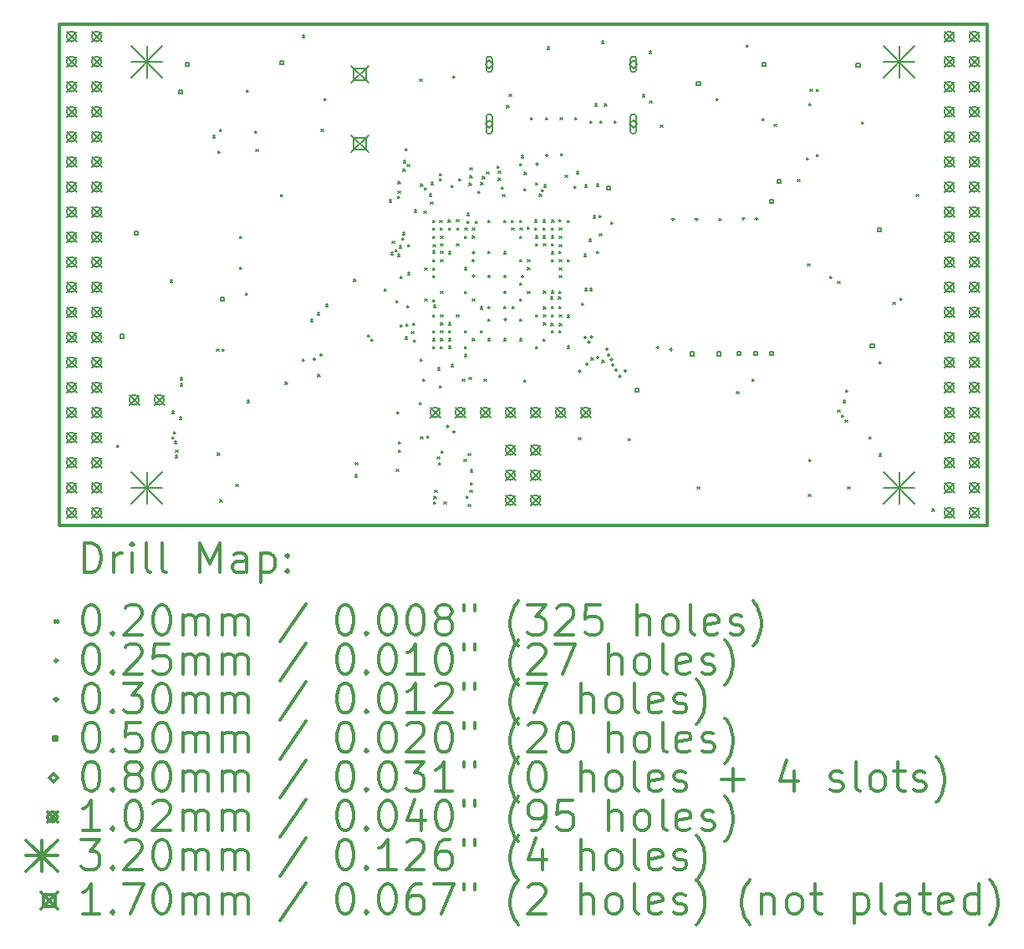
<source format=gbr>
%FSLAX45Y45*%
G04 Gerber Fmt 4.5, Leading zero omitted, Abs format (unit mm)*
G04 Created by KiCad (PCBNEW 4.0.6+dfsg1-1) date Fri Sep 22 15:53:02 2017*
%MOMM*%
%LPD*%
G01*
G04 APERTURE LIST*
%ADD10C,0.127000*%
%ADD11C,0.300000*%
%ADD12C,0.200000*%
G04 APERTURE END LIST*
D10*
D11*
X9410000Y-6142000D02*
X9410000Y-11222000D01*
X18808000Y-6142000D02*
X9410000Y-6142000D01*
X18808000Y-11222000D02*
X18808000Y-6142000D01*
X9410000Y-11222000D02*
X18808000Y-11222000D01*
D12*
X9998000Y-10410000D02*
X10018000Y-10430000D01*
X10018000Y-10410000D02*
X9998000Y-10430000D01*
X10536244Y-8738297D02*
X10556244Y-8758297D01*
X10556244Y-8738297D02*
X10536244Y-8758297D01*
X10555187Y-10325526D02*
X10575187Y-10345526D01*
X10575187Y-10325526D02*
X10555187Y-10345526D01*
X10557972Y-10068392D02*
X10577972Y-10088392D01*
X10577972Y-10068392D02*
X10557972Y-10088392D01*
X10570316Y-10275043D02*
X10590316Y-10295043D01*
X10590316Y-10275043D02*
X10570316Y-10295043D01*
X10580671Y-10371655D02*
X10600671Y-10391655D01*
X10600671Y-10371655D02*
X10580671Y-10391655D01*
X10587368Y-10514871D02*
X10607368Y-10534871D01*
X10607368Y-10514871D02*
X10587368Y-10534871D01*
X10592360Y-10459757D02*
X10612360Y-10479757D01*
X10612360Y-10459757D02*
X10592360Y-10479757D01*
X10630117Y-10127790D02*
X10650117Y-10147790D01*
X10650117Y-10127790D02*
X10630117Y-10147790D01*
X10638000Y-9728640D02*
X10658000Y-9748640D01*
X10658000Y-9728640D02*
X10638000Y-9748640D01*
X10638000Y-9786844D02*
X10658000Y-9806844D01*
X10658000Y-9786844D02*
X10638000Y-9806844D01*
X10972800Y-7273000D02*
X10992800Y-7293000D01*
X10992800Y-7273000D02*
X10972800Y-7293000D01*
X11009310Y-9438989D02*
X11029310Y-9458989D01*
X11029310Y-9438989D02*
X11009310Y-9458989D01*
X11018000Y-10490000D02*
X11038000Y-10510000D01*
X11038000Y-10490000D02*
X11018000Y-10510000D01*
X11021352Y-7428070D02*
X11041352Y-7448070D01*
X11041352Y-7428070D02*
X11021352Y-7448070D01*
X11038300Y-7211500D02*
X11058300Y-7231500D01*
X11058300Y-7211500D02*
X11038300Y-7231500D01*
X11042966Y-10966034D02*
X11062966Y-10986034D01*
X11062966Y-10966034D02*
X11042966Y-10986034D01*
X11061873Y-9435178D02*
X11081873Y-9455178D01*
X11081873Y-9435178D02*
X11061873Y-9455178D01*
X11203400Y-10805600D02*
X11223400Y-10825600D01*
X11223400Y-10805600D02*
X11203400Y-10825600D01*
X11241500Y-8291000D02*
X11261500Y-8311000D01*
X11261500Y-8291000D02*
X11241500Y-8311000D01*
X11241500Y-8608500D02*
X11261500Y-8628500D01*
X11261500Y-8608500D02*
X11241500Y-8628500D01*
X11298000Y-8870000D02*
X11318000Y-8890000D01*
X11318000Y-8870000D02*
X11298000Y-8890000D01*
X11311224Y-6814440D02*
X11331224Y-6834440D01*
X11331224Y-6814440D02*
X11311224Y-6834440D01*
X11317321Y-9958139D02*
X11337321Y-9978139D01*
X11337321Y-9958139D02*
X11317321Y-9978139D01*
X11393900Y-7224200D02*
X11413900Y-7244200D01*
X11413900Y-7224200D02*
X11393900Y-7244200D01*
X11406600Y-7414700D02*
X11426600Y-7434700D01*
X11426600Y-7414700D02*
X11406600Y-7434700D01*
X11655434Y-7867799D02*
X11675434Y-7887799D01*
X11675434Y-7867799D02*
X11655434Y-7887799D01*
X11702166Y-9771727D02*
X11722166Y-9791727D01*
X11722166Y-9771727D02*
X11702166Y-9791727D01*
X11874380Y-9539822D02*
X11894380Y-9559822D01*
X11894380Y-9539822D02*
X11874380Y-9559822D01*
X11875869Y-6255897D02*
X11895869Y-6275897D01*
X11895869Y-6255897D02*
X11875869Y-6275897D01*
X11958487Y-9136972D02*
X11978487Y-9156972D01*
X11978487Y-9136972D02*
X11958487Y-9156972D01*
X12027515Y-9067945D02*
X12047515Y-9087945D01*
X12047515Y-9067945D02*
X12027515Y-9087945D01*
X12033000Y-9695000D02*
X12053000Y-9715000D01*
X12053000Y-9695000D02*
X12033000Y-9715000D01*
X12067000Y-7211500D02*
X12087000Y-7231500D01*
X12087000Y-7211500D02*
X12067000Y-7231500D01*
X12098665Y-6897853D02*
X12118665Y-6917853D01*
X12118665Y-6897853D02*
X12098665Y-6917853D01*
X12111200Y-8984260D02*
X12131200Y-9004260D01*
X12131200Y-8984260D02*
X12111200Y-9004260D01*
X12398000Y-8730000D02*
X12418000Y-8750000D01*
X12418000Y-8730000D02*
X12398000Y-8750000D01*
X12398000Y-8730000D02*
X12418000Y-8750000D01*
X12418000Y-8730000D02*
X12398000Y-8750000D01*
X12410242Y-10710764D02*
X12430242Y-10730764D01*
X12430242Y-10710764D02*
X12410242Y-10730764D01*
X12415398Y-10588254D02*
X12435398Y-10608254D01*
X12435398Y-10588254D02*
X12415398Y-10608254D01*
X12538000Y-9290000D02*
X12558000Y-9310000D01*
X12558000Y-9290000D02*
X12538000Y-9310000D01*
X12572728Y-9335266D02*
X12592728Y-9355266D01*
X12592728Y-9335266D02*
X12572728Y-9355266D01*
X12704513Y-8827908D02*
X12724513Y-8847908D01*
X12724513Y-8827908D02*
X12704513Y-8847908D01*
X12754366Y-7925556D02*
X12774366Y-7945556D01*
X12774366Y-7925556D02*
X12754366Y-7945556D01*
X12772416Y-8458897D02*
X12792416Y-8478897D01*
X12792416Y-8458897D02*
X12772416Y-8478897D01*
X12786626Y-8342795D02*
X12806626Y-8362795D01*
X12806626Y-8342795D02*
X12786626Y-8362795D01*
X12815628Y-8428729D02*
X12835628Y-8448729D01*
X12835628Y-8428729D02*
X12815628Y-8448729D01*
X12822131Y-8943995D02*
X12842131Y-8963995D01*
X12842131Y-8943995D02*
X12822131Y-8963995D01*
X12829000Y-10653200D02*
X12849000Y-10673200D01*
X12849000Y-10653200D02*
X12829000Y-10673200D01*
X12834133Y-10069588D02*
X12854133Y-10089588D01*
X12854133Y-10069588D02*
X12834133Y-10089588D01*
X12838971Y-8476738D02*
X12858971Y-8496738D01*
X12858971Y-8476738D02*
X12838971Y-8496738D01*
X12841590Y-7889418D02*
X12861590Y-7909418D01*
X12861590Y-7889418D02*
X12841590Y-7909418D01*
X12844557Y-7737658D02*
X12864557Y-7757658D01*
X12864557Y-7737658D02*
X12844557Y-7757658D01*
X12846973Y-7836992D02*
X12866973Y-7856992D01*
X12866973Y-7836992D02*
X12846973Y-7856992D01*
X12850280Y-10377254D02*
X12870280Y-10397254D01*
X12870280Y-10377254D02*
X12850280Y-10397254D01*
X12851011Y-10461457D02*
X12871011Y-10481457D01*
X12871011Y-10461457D02*
X12851011Y-10481457D01*
X12856960Y-8392024D02*
X12876960Y-8412024D01*
X12876960Y-8392024D02*
X12856960Y-8412024D01*
X12866509Y-9190430D02*
X12886509Y-9210430D01*
X12886509Y-9190430D02*
X12866509Y-9210430D01*
X12867665Y-8701088D02*
X12887665Y-8721088D01*
X12887665Y-8701088D02*
X12867665Y-8721088D01*
X12884885Y-8308326D02*
X12904885Y-8328326D01*
X12904885Y-8308326D02*
X12884885Y-8328326D01*
X12891675Y-8256064D02*
X12911675Y-8276064D01*
X12911675Y-8256064D02*
X12891675Y-8276064D01*
X12896163Y-7612957D02*
X12916163Y-7632957D01*
X12916163Y-7612957D02*
X12896163Y-7632957D01*
X12902225Y-7526361D02*
X12922225Y-7546361D01*
X12922225Y-7526361D02*
X12902225Y-7546361D01*
X12915222Y-7404246D02*
X12935222Y-7424246D01*
X12935222Y-7404246D02*
X12915222Y-7424246D01*
X12915467Y-9314463D02*
X12935467Y-9334463D01*
X12935467Y-9314463D02*
X12915467Y-9334463D01*
X12923676Y-9183899D02*
X12943676Y-9203899D01*
X12943676Y-9183899D02*
X12923676Y-9203899D01*
X12935918Y-8993919D02*
X12955918Y-9013919D01*
X12955918Y-8993919D02*
X12935918Y-9013919D01*
X12939334Y-7563781D02*
X12959334Y-7583781D01*
X12959334Y-7563781D02*
X12939334Y-7583781D01*
X12941393Y-8376098D02*
X12961393Y-8396098D01*
X12961393Y-8376098D02*
X12941393Y-8396098D01*
X12944260Y-8660352D02*
X12964260Y-8680352D01*
X12964260Y-8660352D02*
X12944260Y-8680352D01*
X12980206Y-9257825D02*
X13000206Y-9277825D01*
X13000206Y-9257825D02*
X12980206Y-9277825D01*
X12992293Y-9173424D02*
X13012293Y-9193424D01*
X13012293Y-9173424D02*
X12992293Y-9193424D01*
X13004130Y-9342914D02*
X13024130Y-9362914D01*
X13024130Y-9342914D02*
X13004130Y-9362914D01*
X13009682Y-8027773D02*
X13029682Y-8047773D01*
X13029682Y-8027773D02*
X13009682Y-8047773D01*
X13061453Y-9980100D02*
X13081453Y-10000100D01*
X13081453Y-9980100D02*
X13061453Y-10000100D01*
X13066199Y-6701962D02*
X13086199Y-6721962D01*
X13086199Y-6701962D02*
X13066199Y-6721962D01*
X13070707Y-9535414D02*
X13090707Y-9555414D01*
X13090707Y-9535414D02*
X13070707Y-9555414D01*
X13073949Y-10325498D02*
X13093949Y-10345498D01*
X13093949Y-10325498D02*
X13073949Y-10345498D01*
X13075683Y-7764262D02*
X13095683Y-7784262D01*
X13095683Y-7764262D02*
X13075683Y-7784262D01*
X13093936Y-9738729D02*
X13113936Y-9758729D01*
X13113936Y-9738729D02*
X13093936Y-9758729D01*
X13108000Y-8040000D02*
X13128000Y-8060000D01*
X13128000Y-8040000D02*
X13108000Y-8060000D01*
X13113091Y-7801384D02*
X13133091Y-7821384D01*
X13133091Y-7801384D02*
X13113091Y-7821384D01*
X13115453Y-8615136D02*
X13135453Y-8635136D01*
X13135453Y-8615136D02*
X13115453Y-8635136D01*
X13118000Y-8930000D02*
X13138000Y-8950000D01*
X13138000Y-8930000D02*
X13118000Y-8950000D01*
X13135385Y-10319621D02*
X13155385Y-10339621D01*
X13155385Y-10319621D02*
X13135385Y-10339621D01*
X13160933Y-7864587D02*
X13180933Y-7884587D01*
X13180933Y-7864587D02*
X13160933Y-7884587D01*
X13174731Y-7948989D02*
X13194731Y-7968989D01*
X13194731Y-7948989D02*
X13174731Y-7968989D01*
X13182329Y-7748485D02*
X13202329Y-7768485D01*
X13202329Y-7748485D02*
X13182329Y-7768485D01*
X13197765Y-9087799D02*
X13217765Y-9107799D01*
X13217765Y-9087799D02*
X13197765Y-9107799D01*
X13197789Y-8617215D02*
X13217789Y-8637215D01*
X13217789Y-8617215D02*
X13197789Y-8637215D01*
X13197962Y-8532814D02*
X13217962Y-8552814D01*
X13217962Y-8532814D02*
X13197962Y-8552814D01*
X13198000Y-8440334D02*
X13218000Y-8460334D01*
X13218000Y-8440334D02*
X13198000Y-8460334D01*
X13198000Y-8130000D02*
X13218000Y-8150000D01*
X13218000Y-8130000D02*
X13198000Y-8150000D01*
X13198000Y-8207799D02*
X13218000Y-8227799D01*
X13218000Y-8207799D02*
X13198000Y-8227799D01*
X13198000Y-8690000D02*
X13218000Y-8710000D01*
X13218000Y-8690000D02*
X13198000Y-8710000D01*
X13198000Y-8934402D02*
X13218000Y-8954402D01*
X13218000Y-8934402D02*
X13198000Y-8954402D01*
X13198000Y-9250000D02*
X13218000Y-9270000D01*
X13218000Y-9250000D02*
X13198000Y-9270000D01*
X13198000Y-9330000D02*
X13218000Y-9350000D01*
X13218000Y-9330000D02*
X13198000Y-9350000D01*
X13198000Y-9410000D02*
X13218000Y-9430000D01*
X13218000Y-9410000D02*
X13198000Y-9430000D01*
X13198482Y-8292201D02*
X13218482Y-8312201D01*
X13218482Y-8292201D02*
X13198482Y-8312201D01*
X13201744Y-8376602D02*
X13221744Y-8396602D01*
X13221744Y-8376602D02*
X13201744Y-8396602D01*
X13204611Y-10984026D02*
X13224611Y-11004026D01*
X13224611Y-10984026D02*
X13204611Y-11004026D01*
X13205608Y-8993095D02*
X13225608Y-9013095D01*
X13225608Y-8993095D02*
X13205608Y-9013095D01*
X13208900Y-10931500D02*
X13228900Y-10951500D01*
X13228900Y-10931500D02*
X13208900Y-10951500D01*
X13218000Y-10870000D02*
X13238000Y-10890000D01*
X13238000Y-10870000D02*
X13218000Y-10890000D01*
X13244000Y-10530000D02*
X13264000Y-10550000D01*
X13264000Y-10530000D02*
X13244000Y-10550000D01*
X13247282Y-9628386D02*
X13267282Y-9648386D01*
X13267282Y-9628386D02*
X13247282Y-9648386D01*
X13255619Y-10587619D02*
X13275619Y-10607619D01*
X13275619Y-10587619D02*
X13255619Y-10607619D01*
X13263724Y-7657621D02*
X13283724Y-7677621D01*
X13283724Y-7657621D02*
X13263724Y-7677621D01*
X13265267Y-9807892D02*
X13285267Y-9827892D01*
X13285267Y-9807892D02*
X13265267Y-9827892D01*
X13266117Y-7710267D02*
X13286117Y-7730267D01*
X13286117Y-7710267D02*
X13266117Y-7730267D01*
X13268333Y-8129999D02*
X13288333Y-8149999D01*
X13288333Y-8129999D02*
X13268333Y-8149999D01*
X13271035Y-8207799D02*
X13291035Y-8227799D01*
X13291035Y-8207799D02*
X13271035Y-8227799D01*
X13274623Y-9409707D02*
X13294623Y-9429707D01*
X13294623Y-9409707D02*
X13274623Y-9429707D01*
X13277580Y-8532814D02*
X13297580Y-8552814D01*
X13297580Y-8532814D02*
X13277580Y-8552814D01*
X13278000Y-8292201D02*
X13298000Y-8312201D01*
X13298000Y-8292201D02*
X13278000Y-8312201D01*
X13278000Y-8850000D02*
X13298000Y-8870000D01*
X13298000Y-8850000D02*
X13278000Y-8870000D01*
X13278000Y-9090000D02*
X13298000Y-9110000D01*
X13298000Y-9090000D02*
X13278000Y-9110000D01*
X13278000Y-9170000D02*
X13298000Y-9190000D01*
X13298000Y-9170000D02*
X13278000Y-9190000D01*
X13278000Y-9250000D02*
X13298000Y-9270000D01*
X13298000Y-9250000D02*
X13278000Y-9270000D01*
X13278000Y-9330000D02*
X13298000Y-9350000D01*
X13298000Y-9330000D02*
X13278000Y-9350000D01*
X13278042Y-8446122D02*
X13298042Y-8466122D01*
X13298042Y-8446122D02*
X13278042Y-8466122D01*
X13278650Y-8367799D02*
X13298650Y-8387799D01*
X13298650Y-8367799D02*
X13278650Y-8387799D01*
X13281858Y-10470000D02*
X13301858Y-10490000D01*
X13301858Y-10470000D02*
X13281858Y-10490000D01*
X13311600Y-10983400D02*
X13331600Y-11003400D01*
X13331600Y-10983400D02*
X13311600Y-11003400D01*
X13352734Y-8129641D02*
X13372734Y-8149641D01*
X13372734Y-8129641D02*
X13352734Y-8149641D01*
X13355436Y-8207799D02*
X13375436Y-8227799D01*
X13375436Y-8207799D02*
X13355436Y-8227799D01*
X13357194Y-8449520D02*
X13377194Y-8469520D01*
X13377194Y-8449520D02*
X13357194Y-8469520D01*
X13358000Y-9170000D02*
X13378000Y-9190000D01*
X13378000Y-9170000D02*
X13358000Y-9190000D01*
X13358000Y-9250000D02*
X13378000Y-9270000D01*
X13378000Y-9250000D02*
X13358000Y-9270000D01*
X13358567Y-9330248D02*
X13378567Y-9350248D01*
X13378567Y-9330248D02*
X13358567Y-9350248D01*
X13359024Y-9408016D02*
X13379024Y-9428016D01*
X13379024Y-9408016D02*
X13359024Y-9428016D01*
X13381998Y-9593873D02*
X13401998Y-9613873D01*
X13401998Y-9593873D02*
X13381998Y-9613873D01*
X13382219Y-7775484D02*
X13402219Y-7795484D01*
X13402219Y-7775484D02*
X13382219Y-7795484D01*
X13397916Y-6668615D02*
X13417916Y-6688615D01*
X13417916Y-6668615D02*
X13397916Y-6688615D01*
X13437135Y-8124791D02*
X13457135Y-8144791D01*
X13457135Y-8124791D02*
X13437135Y-8144791D01*
X13438000Y-8370000D02*
X13458000Y-8390000D01*
X13458000Y-8370000D02*
X13438000Y-8390000D01*
X13438000Y-9090000D02*
X13458000Y-9110000D01*
X13458000Y-9090000D02*
X13438000Y-9110000D01*
X13440141Y-8207758D02*
X13460141Y-8227758D01*
X13460141Y-8207758D02*
X13440141Y-8227758D01*
X13460201Y-7710000D02*
X13480201Y-7730000D01*
X13480201Y-7710000D02*
X13460201Y-7730000D01*
X13498546Y-9743179D02*
X13518546Y-9763179D01*
X13518546Y-9743179D02*
X13498546Y-9763179D01*
X13514800Y-10551600D02*
X13534800Y-10571600D01*
X13534800Y-10551600D02*
X13514800Y-10571600D01*
X13517331Y-8851860D02*
X13537331Y-8871860D01*
X13537331Y-8851860D02*
X13517331Y-8871860D01*
X13518000Y-8292201D02*
X13538000Y-8312201D01*
X13538000Y-8292201D02*
X13518000Y-8312201D01*
X13518000Y-8610000D02*
X13538000Y-8630000D01*
X13538000Y-8610000D02*
X13518000Y-8630000D01*
X13518000Y-9250000D02*
X13538000Y-9270000D01*
X13538000Y-9250000D02*
X13518000Y-9270000D01*
X13518000Y-9410000D02*
X13538000Y-9430000D01*
X13538000Y-9410000D02*
X13518000Y-9430000D01*
X13518000Y-9490000D02*
X13538000Y-9510000D01*
X13538000Y-9490000D02*
X13518000Y-9510000D01*
X13524542Y-8207681D02*
X13544542Y-8227681D01*
X13544542Y-8207681D02*
X13524542Y-8227681D01*
X13537195Y-10926588D02*
X13557195Y-10946588D01*
X13557195Y-10926588D02*
X13537195Y-10946588D01*
X13546744Y-8060230D02*
X13566744Y-8080230D01*
X13566744Y-8060230D02*
X13546744Y-8080230D01*
X13546744Y-8138922D02*
X13566744Y-8158922D01*
X13566744Y-8138922D02*
X13546744Y-8158922D01*
X13558000Y-10493799D02*
X13578000Y-10513799D01*
X13578000Y-10493799D02*
X13558000Y-10513799D01*
X13558000Y-11010000D02*
X13578000Y-11030000D01*
X13578000Y-11010000D02*
X13558000Y-11030000D01*
X13566755Y-7754855D02*
X13586755Y-7774855D01*
X13586755Y-7754855D02*
X13566755Y-7774855D01*
X13567000Y-9723813D02*
X13587000Y-9743813D01*
X13587000Y-9723813D02*
X13567000Y-9743813D01*
X13573069Y-7599451D02*
X13593069Y-7619451D01*
X13593069Y-7599451D02*
X13573069Y-7619451D01*
X13573070Y-7680538D02*
X13593070Y-7700538D01*
X13593070Y-7680538D02*
X13573070Y-7700538D01*
X13575325Y-10869239D02*
X13595325Y-10889239D01*
X13595325Y-10869239D02*
X13575325Y-10889239D01*
X13575519Y-10792264D02*
X13595519Y-10812264D01*
X13595519Y-10792264D02*
X13575519Y-10812264D01*
X13578416Y-10659601D02*
X13598416Y-10679601D01*
X13598416Y-10659601D02*
X13578416Y-10679601D01*
X13598000Y-8210000D02*
X13618000Y-8230000D01*
X13618000Y-8210000D02*
X13598000Y-8230000D01*
X13598000Y-8290000D02*
X13618000Y-8310000D01*
X13618000Y-8290000D02*
X13598000Y-8310000D01*
X13598000Y-9330000D02*
X13618000Y-9350000D01*
X13618000Y-9330000D02*
X13598000Y-9350000D01*
X13598517Y-8929483D02*
X13618517Y-8949483D01*
X13618517Y-8929483D02*
X13598517Y-8949483D01*
X13631144Y-8139731D02*
X13651144Y-8159731D01*
X13651144Y-8139731D02*
X13631144Y-8159731D01*
X13653412Y-7835167D02*
X13673412Y-7855167D01*
X13673412Y-7835167D02*
X13653412Y-7855167D01*
X13678000Y-9250000D02*
X13698000Y-9270000D01*
X13698000Y-9250000D02*
X13678000Y-9270000D01*
X13678517Y-9009483D02*
X13698517Y-9029483D01*
X13698517Y-9009483D02*
X13678517Y-9029483D01*
X13682857Y-7746298D02*
X13702857Y-7766298D01*
X13702857Y-7746298D02*
X13682857Y-7766298D01*
X13701602Y-7687474D02*
X13721602Y-7707474D01*
X13721602Y-7687474D02*
X13701602Y-7707474D01*
X13718870Y-9743874D02*
X13738870Y-9763874D01*
X13738870Y-9743874D02*
X13718870Y-9763874D01*
X13743803Y-7641053D02*
X13763803Y-7661053D01*
X13763803Y-7641053D02*
X13743803Y-7661053D01*
X13756589Y-9130245D02*
X13776589Y-9150245D01*
X13776589Y-9130245D02*
X13756589Y-9150245D01*
X13758000Y-8130000D02*
X13778000Y-8150000D01*
X13778000Y-8130000D02*
X13758000Y-8150000D01*
X13758000Y-9007299D02*
X13778000Y-9027299D01*
X13778000Y-9007299D02*
X13758000Y-9027299D01*
X13758000Y-9330000D02*
X13778000Y-9350000D01*
X13778000Y-9330000D02*
X13758000Y-9350000D01*
X13758056Y-8443409D02*
X13778056Y-8463409D01*
X13778056Y-8443409D02*
X13758056Y-8463409D01*
X13849384Y-7581016D02*
X13869384Y-7601016D01*
X13869384Y-7581016D02*
X13849384Y-7601016D01*
X13861610Y-7632585D02*
X13881610Y-7652585D01*
X13881610Y-7632585D02*
X13861610Y-7652585D01*
X13862361Y-7706570D02*
X13882361Y-7726570D01*
X13882361Y-7706570D02*
X13862361Y-7726570D01*
X13894062Y-7793672D02*
X13914062Y-7813672D01*
X13914062Y-7793672D02*
X13894062Y-7813672D01*
X13904536Y-7870917D02*
X13924536Y-7890917D01*
X13924536Y-7870917D02*
X13904536Y-7890917D01*
X13917252Y-8451135D02*
X13937252Y-8471135D01*
X13937252Y-8451135D02*
X13917252Y-8471135D01*
X13918000Y-8130000D02*
X13938000Y-8150000D01*
X13938000Y-8130000D02*
X13918000Y-8150000D01*
X13918000Y-9002299D02*
X13938000Y-9022299D01*
X13938000Y-9002299D02*
X13918000Y-9022299D01*
X13918000Y-9330000D02*
X13938000Y-9350000D01*
X13938000Y-9330000D02*
X13918000Y-9350000D01*
X13947561Y-6969286D02*
X13967561Y-6989286D01*
X13967561Y-6969286D02*
X13947561Y-6989286D01*
X13972000Y-6856567D02*
X13992000Y-6876567D01*
X13992000Y-6856567D02*
X13972000Y-6876567D01*
X13993599Y-8130000D02*
X14013599Y-8150000D01*
X14013599Y-8130000D02*
X13993599Y-8150000D01*
X13998000Y-8210000D02*
X14018000Y-8230000D01*
X14018000Y-8210000D02*
X13998000Y-8230000D01*
X13999489Y-9002299D02*
X14019489Y-9022299D01*
X14019489Y-9002299D02*
X13999489Y-9022299D01*
X14076403Y-8294140D02*
X14096403Y-8314140D01*
X14096403Y-8294140D02*
X14076403Y-8314140D01*
X14077419Y-9133335D02*
X14097419Y-9153335D01*
X14097419Y-9133335D02*
X14077419Y-9153335D01*
X14078000Y-8130000D02*
X14098000Y-8150000D01*
X14098000Y-8130000D02*
X14078000Y-8150000D01*
X14078000Y-8530000D02*
X14098000Y-8550000D01*
X14098000Y-8530000D02*
X14078000Y-8550000D01*
X14078000Y-8770000D02*
X14098000Y-8790000D01*
X14098000Y-8770000D02*
X14078000Y-8790000D01*
X14078000Y-8930000D02*
X14098000Y-8950000D01*
X14098000Y-8930000D02*
X14078000Y-8950000D01*
X14078000Y-9330000D02*
X14098000Y-9350000D01*
X14098000Y-9330000D02*
X14078000Y-9350000D01*
X14079021Y-7558194D02*
X14099021Y-7578194D01*
X14099021Y-7558194D02*
X14079021Y-7578194D01*
X14082401Y-8207928D02*
X14102401Y-8227928D01*
X14102401Y-8207928D02*
X14082401Y-8227928D01*
X14094664Y-7477380D02*
X14114664Y-7497380D01*
X14114664Y-7477380D02*
X14094664Y-7497380D01*
X14118000Y-9750000D02*
X14138000Y-9770000D01*
X14138000Y-9750000D02*
X14118000Y-9770000D01*
X14121898Y-7809926D02*
X14141898Y-7829926D01*
X14141898Y-7809926D02*
X14121898Y-7829926D01*
X14124297Y-7645500D02*
X14144297Y-7665500D01*
X14144297Y-7645500D02*
X14124297Y-7665500D01*
X14155799Y-8203034D02*
X14175799Y-8223034D01*
X14175799Y-8203034D02*
X14155799Y-8223034D01*
X14158000Y-8530000D02*
X14178000Y-8550000D01*
X14178000Y-8530000D02*
X14158000Y-8550000D01*
X14158000Y-8610000D02*
X14178000Y-8630000D01*
X14178000Y-8610000D02*
X14158000Y-8630000D01*
X14158000Y-8850000D02*
X14178000Y-8870000D01*
X14178000Y-8850000D02*
X14158000Y-8870000D01*
X14190056Y-7090851D02*
X14210056Y-7110851D01*
X14210056Y-7090851D02*
X14190056Y-7110851D01*
X14229642Y-8209139D02*
X14249642Y-8229139D01*
X14249642Y-8209139D02*
X14229642Y-8229139D01*
X14231398Y-8128224D02*
X14251398Y-8148224D01*
X14251398Y-8128224D02*
X14231398Y-8148224D01*
X14237355Y-8289891D02*
X14257355Y-8309891D01*
X14257355Y-8289891D02*
X14237355Y-8309891D01*
X14238000Y-7750000D02*
X14258000Y-7770000D01*
X14258000Y-7750000D02*
X14238000Y-7770000D01*
X14238000Y-8370000D02*
X14258000Y-8390000D01*
X14258000Y-8370000D02*
X14238000Y-8390000D01*
X14238000Y-9090000D02*
X14258000Y-9110000D01*
X14258000Y-9090000D02*
X14238000Y-9110000D01*
X14238000Y-9410000D02*
X14258000Y-9430000D01*
X14258000Y-9410000D02*
X14238000Y-9430000D01*
X14275162Y-7865975D02*
X14295162Y-7885975D01*
X14295162Y-7865975D02*
X14275162Y-7885975D01*
X14300511Y-7819522D02*
X14320511Y-7839522D01*
X14320511Y-7819522D02*
X14300511Y-7839522D01*
X14315799Y-8127963D02*
X14335799Y-8147963D01*
X14335799Y-8127963D02*
X14315799Y-8147963D01*
X14315799Y-8210715D02*
X14335799Y-8230715D01*
X14335799Y-8210715D02*
X14315799Y-8230715D01*
X14315799Y-8290000D02*
X14335799Y-8310000D01*
X14335799Y-8290000D02*
X14315799Y-8310000D01*
X14315801Y-9332315D02*
X14335801Y-9352315D01*
X14335801Y-9332315D02*
X14315801Y-9352315D01*
X14317803Y-8849503D02*
X14337803Y-8869503D01*
X14337803Y-8849503D02*
X14317803Y-8869503D01*
X14318000Y-8370000D02*
X14338000Y-8390000D01*
X14338000Y-8370000D02*
X14318000Y-8390000D01*
X14318000Y-9090000D02*
X14338000Y-9110000D01*
X14338000Y-9090000D02*
X14318000Y-9110000D01*
X14318000Y-9170000D02*
X14338000Y-9190000D01*
X14338000Y-9170000D02*
X14318000Y-9190000D01*
X14318182Y-9010195D02*
X14338182Y-9030195D01*
X14338182Y-9010195D02*
X14318182Y-9030195D01*
X14323180Y-7771946D02*
X14343180Y-7791946D01*
X14343180Y-7771946D02*
X14323180Y-7791946D01*
X14338035Y-7091653D02*
X14358035Y-7111653D01*
X14358035Y-7091653D02*
X14338035Y-7111653D01*
X14355067Y-6376252D02*
X14375067Y-6396252D01*
X14375067Y-6376252D02*
X14355067Y-6396252D01*
X14388995Y-8907799D02*
X14408995Y-8927799D01*
X14408995Y-8907799D02*
X14388995Y-8927799D01*
X14396483Y-9177765D02*
X14416483Y-9197765D01*
X14416483Y-9177765D02*
X14396483Y-9197765D01*
X14398000Y-9090000D02*
X14418000Y-9110000D01*
X14418000Y-9090000D02*
X14398000Y-9110000D01*
X14398242Y-9003286D02*
X14418242Y-9023286D01*
X14418242Y-9003286D02*
X14398242Y-9023286D01*
X14398283Y-8848451D02*
X14418283Y-8868451D01*
X14418283Y-8848451D02*
X14398283Y-8868451D01*
X14400201Y-8208560D02*
X14420201Y-8228560D01*
X14420201Y-8208560D02*
X14400201Y-8228560D01*
X14400201Y-8290000D02*
X14420201Y-8310000D01*
X14420201Y-8290000D02*
X14400201Y-8310000D01*
X14400201Y-8370000D02*
X14420201Y-8390000D01*
X14420201Y-8370000D02*
X14400201Y-8390000D01*
X14400201Y-8450000D02*
X14420201Y-8470000D01*
X14420201Y-8450000D02*
X14400201Y-8470000D01*
X14400201Y-8529722D02*
X14420201Y-8549722D01*
X14420201Y-8529722D02*
X14400201Y-8549722D01*
X14400201Y-9250000D02*
X14420201Y-9270000D01*
X14420201Y-9250000D02*
X14400201Y-9270000D01*
X14404602Y-8127478D02*
X14424602Y-8147478D01*
X14424602Y-8127478D02*
X14404602Y-8147478D01*
X14471061Y-8907799D02*
X14491061Y-8927799D01*
X14491061Y-8907799D02*
X14471061Y-8927799D01*
X14476639Y-8123398D02*
X14496639Y-8143398D01*
X14496639Y-8123398D02*
X14476639Y-8143398D01*
X14476724Y-9006446D02*
X14496724Y-9026446D01*
X14496724Y-9006446D02*
X14476724Y-9026446D01*
X14477765Y-8852201D02*
X14497765Y-8872201D01*
X14497765Y-8852201D02*
X14477765Y-8872201D01*
X14477769Y-8443293D02*
X14497769Y-8463293D01*
X14497769Y-8443293D02*
X14477769Y-8463293D01*
X14478235Y-9247799D02*
X14498235Y-9267799D01*
X14498235Y-9247799D02*
X14478235Y-9267799D01*
X14478509Y-8207799D02*
X14498509Y-8227799D01*
X14498509Y-8207799D02*
X14478509Y-8227799D01*
X14478654Y-8528519D02*
X14498654Y-8548519D01*
X14498654Y-8528519D02*
X14478654Y-8548519D01*
X14478856Y-8689382D02*
X14498856Y-8709382D01*
X14498856Y-8689382D02*
X14478856Y-8709382D01*
X14479038Y-8376602D02*
X14499038Y-8396602D01*
X14499038Y-8376602D02*
X14479038Y-8396602D01*
X14479163Y-9090847D02*
X14499163Y-9110847D01*
X14499163Y-9090847D02*
X14479163Y-9110847D01*
X14479410Y-8292201D02*
X14499410Y-8312201D01*
X14499410Y-8292201D02*
X14479410Y-8312201D01*
X14479577Y-9177444D02*
X14499577Y-9197444D01*
X14499577Y-9177444D02*
X14479577Y-9197444D01*
X14480128Y-8616874D02*
X14500128Y-8636874D01*
X14500128Y-8616874D02*
X14480128Y-8636874D01*
X14487842Y-7092405D02*
X14507842Y-7112405D01*
X14507842Y-7092405D02*
X14487842Y-7112405D01*
X14491706Y-7455585D02*
X14511706Y-7475585D01*
X14511706Y-7455585D02*
X14491706Y-7475585D01*
X14539401Y-7673483D02*
X14559401Y-7693483D01*
X14559401Y-7673483D02*
X14539401Y-7693483D01*
X14558000Y-8130000D02*
X14578000Y-8150000D01*
X14578000Y-8130000D02*
X14558000Y-8150000D01*
X14558000Y-8532201D02*
X14578000Y-8552201D01*
X14578000Y-8532201D02*
X14558000Y-8552201D01*
X14558000Y-9407799D02*
X14578000Y-9427799D01*
X14578000Y-9407799D02*
X14558000Y-9427799D01*
X14561303Y-9092201D02*
X14581303Y-9112201D01*
X14581303Y-9092201D02*
X14561303Y-9112201D01*
X14628717Y-7783934D02*
X14648717Y-7803934D01*
X14648717Y-7783934D02*
X14628717Y-7803934D01*
X14636897Y-7089394D02*
X14656897Y-7109394D01*
X14656897Y-7089394D02*
X14636897Y-7109394D01*
X14652765Y-7636130D02*
X14672765Y-7656130D01*
X14672765Y-7636130D02*
X14652765Y-7656130D01*
X14674429Y-10335274D02*
X14694429Y-10355274D01*
X14694429Y-10335274D02*
X14674429Y-10355274D01*
X14702593Y-8970288D02*
X14722593Y-8990288D01*
X14722593Y-8970288D02*
X14702593Y-8990288D01*
X14732247Y-8475859D02*
X14752247Y-8495859D01*
X14752247Y-8475859D02*
X14732247Y-8495859D01*
X14737067Y-8822484D02*
X14757067Y-8842484D01*
X14757067Y-8822484D02*
X14737067Y-8842484D01*
X14738000Y-7772201D02*
X14758000Y-7792201D01*
X14758000Y-7772201D02*
X14738000Y-7792201D01*
X14779417Y-8323581D02*
X14799417Y-8343581D01*
X14799417Y-8323581D02*
X14779417Y-8343581D01*
X14788736Y-7127779D02*
X14808736Y-7147779D01*
X14808736Y-7127779D02*
X14788736Y-7147779D01*
X14789768Y-8822484D02*
X14809768Y-8842484D01*
X14809768Y-8822484D02*
X14789768Y-8842484D01*
X14800281Y-9523902D02*
X14820281Y-9543902D01*
X14820281Y-9523902D02*
X14800281Y-9543902D01*
X14823777Y-8087578D02*
X14843777Y-8107578D01*
X14843777Y-8087578D02*
X14823777Y-8107578D01*
X14837783Y-6951968D02*
X14857783Y-6971968D01*
X14857783Y-6951968D02*
X14837783Y-6971968D01*
X14853988Y-7762935D02*
X14873988Y-7782935D01*
X14873988Y-7762935D02*
X14853988Y-7782935D01*
X14856880Y-8445039D02*
X14876880Y-8465039D01*
X14876880Y-8445039D02*
X14856880Y-8465039D01*
X14883585Y-8079901D02*
X14903585Y-8099901D01*
X14903585Y-8079901D02*
X14883585Y-8099901D01*
X14887565Y-8265534D02*
X14907565Y-8285534D01*
X14907565Y-8265534D02*
X14887565Y-8285534D01*
X14889119Y-7127779D02*
X14909119Y-7147779D01*
X14909119Y-7127779D02*
X14889119Y-7147779D01*
X14908375Y-6315711D02*
X14928375Y-6335711D01*
X14928375Y-6315711D02*
X14908375Y-6335711D01*
X14910771Y-9550529D02*
X14930771Y-9570529D01*
X14930771Y-9550529D02*
X14910771Y-9570529D01*
X14937595Y-6951968D02*
X14957595Y-6971968D01*
X14957595Y-6951968D02*
X14937595Y-6971968D01*
X14998000Y-8150000D02*
X15018000Y-8170000D01*
X15018000Y-8150000D02*
X14998000Y-8170000D01*
X15035722Y-7127779D02*
X15055722Y-7147779D01*
X15055722Y-7127779D02*
X15035722Y-7147779D01*
X15179638Y-10341072D02*
X15199638Y-10361072D01*
X15199638Y-10341072D02*
X15179638Y-10361072D01*
X15322234Y-6857342D02*
X15342234Y-6877342D01*
X15342234Y-6857342D02*
X15322234Y-6877342D01*
X15388420Y-6418006D02*
X15408420Y-6438006D01*
X15408420Y-6418006D02*
X15388420Y-6438006D01*
X15394400Y-6919400D02*
X15414400Y-6939400D01*
X15414400Y-6919400D02*
X15394400Y-6939400D01*
X15504936Y-7166453D02*
X15524936Y-7186453D01*
X15524936Y-7166453D02*
X15504936Y-7186453D01*
X15877000Y-10831000D02*
X15897000Y-10851000D01*
X15897000Y-10831000D02*
X15877000Y-10851000D01*
X16067500Y-6894000D02*
X16087500Y-6914000D01*
X16087500Y-6894000D02*
X16067500Y-6914000D01*
X16274230Y-9866230D02*
X16294230Y-9886230D01*
X16294230Y-9866230D02*
X16274230Y-9886230D01*
X16372659Y-6353855D02*
X16392659Y-6373855D01*
X16392659Y-6353855D02*
X16372659Y-6373855D01*
X16428771Y-9740623D02*
X16448771Y-9760623D01*
X16448771Y-9740623D02*
X16428771Y-9760623D01*
X16533299Y-7097002D02*
X16553299Y-7117002D01*
X16553299Y-7097002D02*
X16533299Y-7117002D01*
X16655801Y-7157356D02*
X16675801Y-7177356D01*
X16675801Y-7157356D02*
X16655801Y-7177356D01*
X16893000Y-7719500D02*
X16913000Y-7739500D01*
X16913000Y-7719500D02*
X16893000Y-7739500D01*
X16979535Y-7499299D02*
X16999535Y-7519299D01*
X16999535Y-7499299D02*
X16979535Y-7519299D01*
X16994600Y-8570400D02*
X17014600Y-8590400D01*
X17014600Y-8570400D02*
X16994600Y-8590400D01*
X17002604Y-10911247D02*
X17022604Y-10931247D01*
X17022604Y-10911247D02*
X17002604Y-10931247D01*
X17005773Y-10556635D02*
X17025773Y-10576635D01*
X17025773Y-10556635D02*
X17005773Y-10576635D01*
X17008296Y-6947101D02*
X17028296Y-6967101D01*
X17028296Y-6947101D02*
X17008296Y-6967101D01*
X17020000Y-6805100D02*
X17040000Y-6825100D01*
X17040000Y-6805100D02*
X17020000Y-6825100D01*
X17084317Y-7466146D02*
X17104317Y-7486146D01*
X17104317Y-7466146D02*
X17084317Y-7486146D01*
X17085000Y-6802556D02*
X17105000Y-6822556D01*
X17105000Y-6802556D02*
X17085000Y-6822556D01*
X17218956Y-8702405D02*
X17238956Y-8722405D01*
X17238956Y-8702405D02*
X17218956Y-8722405D01*
X17299400Y-8748200D02*
X17319400Y-8768200D01*
X17319400Y-8748200D02*
X17299400Y-8768200D01*
X17300268Y-10055836D02*
X17320268Y-10075836D01*
X17320268Y-10055836D02*
X17300268Y-10075836D01*
X17339796Y-10105762D02*
X17359796Y-10125762D01*
X17359796Y-10105762D02*
X17339796Y-10125762D01*
X17352053Y-9955794D02*
X17372053Y-9975794D01*
X17372053Y-9955794D02*
X17352053Y-9975794D01*
X17376791Y-10155514D02*
X17396791Y-10175514D01*
X17396791Y-10155514D02*
X17376791Y-10175514D01*
X17380238Y-9852552D02*
X17400238Y-9872552D01*
X17400238Y-9852552D02*
X17380238Y-9872552D01*
X17401000Y-10831000D02*
X17421000Y-10851000D01*
X17421000Y-10831000D02*
X17401000Y-10851000D01*
X17539563Y-7135743D02*
X17559563Y-7155743D01*
X17559563Y-7135743D02*
X17539563Y-7155743D01*
X17618500Y-10323000D02*
X17638500Y-10343000D01*
X17638500Y-10323000D02*
X17618500Y-10343000D01*
X17717400Y-10497912D02*
X17737400Y-10517912D01*
X17737400Y-10497912D02*
X17717400Y-10517912D01*
X17718500Y-9561000D02*
X17738500Y-9581000D01*
X17738500Y-9561000D02*
X17718500Y-9581000D01*
X17856591Y-8961390D02*
X17876591Y-8981390D01*
X17876591Y-8961390D02*
X17856591Y-8981390D01*
X17927598Y-8921781D02*
X17947598Y-8941781D01*
X17947598Y-8921781D02*
X17927598Y-8941781D01*
X18096500Y-7868500D02*
X18116500Y-7888500D01*
X18116500Y-7868500D02*
X18096500Y-7888500D01*
X18255436Y-11056584D02*
X18275436Y-11076584D01*
X18275436Y-11056584D02*
X18255436Y-11076584D01*
X12010516Y-9541295D02*
G75*
G03X12010516Y-9541295I-12700J0D01*
G01*
X12076103Y-9497760D02*
G75*
G03X12076103Y-9497760I-12700J0D01*
G01*
X13357629Y-10223262D02*
G75*
G03X13357629Y-10223262I-12700J0D01*
G01*
X13420141Y-10275223D02*
G75*
G03X13420141Y-10275223I-12700J0D01*
G01*
X13620700Y-8460000D02*
G75*
G03X13620700Y-8460000I-12700J0D01*
G01*
X13620700Y-8540000D02*
G75*
G03X13620700Y-8540000I-12700J0D01*
G01*
X13623799Y-8699540D02*
G75*
G03X13623799Y-8699540I-12700J0D01*
G01*
X13780700Y-8700000D02*
G75*
G03X13780700Y-8700000I-12700J0D01*
G01*
X13940700Y-8700000D02*
G75*
G03X13940700Y-8700000I-12700J0D01*
G01*
X13940700Y-8860000D02*
G75*
G03X13940700Y-8860000I-12700J0D01*
G01*
X13943964Y-9135970D02*
G75*
G03X13943964Y-9135970I-12700J0D01*
G01*
X14116986Y-8699500D02*
G75*
G03X14116986Y-8699500I-12700J0D01*
G01*
X14265799Y-7566284D02*
G75*
G03X14265799Y-7566284I-12700J0D01*
G01*
X14365259Y-7474977D02*
G75*
G03X14365259Y-7474977I-12700J0D01*
G01*
X14698950Y-9661750D02*
G75*
G03X14698950Y-9661750I-12700J0D01*
G01*
X14752658Y-9320914D02*
G75*
G03X14752658Y-9320914I-12700J0D01*
G01*
X14766147Y-9591326D02*
G75*
G03X14766147Y-9591326I-12700J0D01*
G01*
X14790471Y-9369101D02*
G75*
G03X14790471Y-9369101I-12700J0D01*
G01*
X14811790Y-9315052D02*
G75*
G03X14811790Y-9315052I-12700J0D01*
G01*
X14878093Y-9524901D02*
G75*
G03X14878093Y-9524901I-12700J0D01*
G01*
X14974686Y-9437887D02*
G75*
G03X14974686Y-9437887I-12700J0D01*
G01*
X14990624Y-9494419D02*
G75*
G03X14990624Y-9494419I-12700J0D01*
G01*
X15019903Y-9544603D02*
G75*
G03X15019903Y-9544603I-12700J0D01*
G01*
X15032486Y-9601326D02*
G75*
G03X15032486Y-9601326I-12700J0D01*
G01*
X15064591Y-9649751D02*
G75*
G03X15064591Y-9649751I-12700J0D01*
G01*
X15102216Y-9710492D02*
G75*
G03X15102216Y-9710492I-12700J0D01*
G01*
X15155392Y-9658465D02*
G75*
G03X15155392Y-9658465I-12700J0D01*
G01*
X15472629Y-9402136D02*
X15472629Y-9432136D01*
X15457629Y-9417136D02*
X15487629Y-9417136D01*
X15607711Y-9423078D02*
X15607711Y-9453078D01*
X15592711Y-9438078D02*
X15622711Y-9438078D01*
X15628000Y-8106084D02*
X15628000Y-8136084D01*
X15613000Y-8121084D02*
X15643000Y-8121084D01*
X15868000Y-8106084D02*
X15868000Y-8136084D01*
X15853000Y-8121084D02*
X15883000Y-8121084D01*
X16106799Y-8106612D02*
X16106799Y-8136612D01*
X16091799Y-8121612D02*
X16121799Y-8121612D01*
X16342203Y-8097066D02*
X16342203Y-8127066D01*
X16327203Y-8112066D02*
X16357203Y-8112066D01*
X16474183Y-8098057D02*
X16474183Y-8128057D01*
X16459183Y-8113057D02*
X16489183Y-8113057D01*
X10065668Y-9324068D02*
X10065668Y-9288713D01*
X10030313Y-9288713D01*
X10030313Y-9324068D01*
X10065668Y-9324068D01*
X10210884Y-8276183D02*
X10210884Y-8240827D01*
X10175529Y-8240827D01*
X10175529Y-8276183D01*
X10210884Y-8276183D01*
X10659458Y-6848926D02*
X10659458Y-6813570D01*
X10624103Y-6813570D01*
X10624103Y-6848926D01*
X10659458Y-6848926D01*
X10724925Y-6569670D02*
X10724925Y-6534314D01*
X10689570Y-6534314D01*
X10689570Y-6569670D01*
X10724925Y-6569670D01*
X11079415Y-8946398D02*
X11079415Y-8911042D01*
X11044059Y-8911042D01*
X11044059Y-8946398D01*
X11079415Y-8946398D01*
X11685285Y-6554893D02*
X11685285Y-6519538D01*
X11649930Y-6519538D01*
X11649930Y-6554893D01*
X11685285Y-6554893D01*
X14992842Y-7820612D02*
X14992842Y-7785257D01*
X14957486Y-7785257D01*
X14957486Y-7820612D01*
X14992842Y-7820612D01*
X15279782Y-9869675D02*
X15279782Y-9834319D01*
X15244427Y-9834319D01*
X15244427Y-9869675D01*
X15279782Y-9869675D01*
X15841046Y-9502939D02*
X15841046Y-9467584D01*
X15805691Y-9467584D01*
X15805691Y-9502939D01*
X15841046Y-9502939D01*
X15905096Y-6762515D02*
X15905096Y-6727160D01*
X15869740Y-6727160D01*
X15869740Y-6762515D01*
X15905096Y-6762515D01*
X16108519Y-9502730D02*
X16108519Y-9467375D01*
X16073163Y-9467375D01*
X16073163Y-9502730D01*
X16108519Y-9502730D01*
X16316953Y-9499696D02*
X16316953Y-9464341D01*
X16281597Y-9464341D01*
X16281597Y-9499696D01*
X16316953Y-9499696D01*
X16483055Y-9500233D02*
X16483055Y-9464877D01*
X16447699Y-9464877D01*
X16447699Y-9500233D01*
X16483055Y-9500233D01*
X16571791Y-6571560D02*
X16571791Y-6536205D01*
X16536435Y-6536205D01*
X16536435Y-6571560D01*
X16571791Y-6571560D01*
X16642779Y-7956567D02*
X16642779Y-7921212D01*
X16607423Y-7921212D01*
X16607423Y-7956567D01*
X16642779Y-7956567D01*
X16645678Y-9497678D02*
X16645678Y-9462322D01*
X16610322Y-9462322D01*
X16610322Y-9497678D01*
X16645678Y-9497678D01*
X16719671Y-7756658D02*
X16719671Y-7721302D01*
X16684316Y-7721302D01*
X16684316Y-7756658D01*
X16719671Y-7756658D01*
X17521839Y-6576653D02*
X17521839Y-6541297D01*
X17486483Y-6541297D01*
X17486483Y-6576653D01*
X17521839Y-6576653D01*
X17665108Y-9424587D02*
X17665108Y-9389232D01*
X17629753Y-9389232D01*
X17629753Y-9424587D01*
X17665108Y-9424587D01*
X17740669Y-8245813D02*
X17740669Y-8210457D01*
X17705313Y-8210457D01*
X17705313Y-8245813D01*
X17740669Y-8245813D01*
X13768000Y-6590000D02*
X13808000Y-6550000D01*
X13768000Y-6510000D01*
X13728000Y-6550000D01*
X13768000Y-6590000D01*
X13738000Y-6500000D02*
X13738000Y-6600000D01*
X13798000Y-6500000D02*
X13798000Y-6600000D01*
X13738000Y-6600000D02*
G75*
G03X13798000Y-6600000I30000J0D01*
G01*
X13798000Y-6500000D02*
G75*
G03X13738000Y-6500000I-30000J0D01*
G01*
X13768000Y-7195000D02*
X13808000Y-7155000D01*
X13768000Y-7115000D01*
X13728000Y-7155000D01*
X13768000Y-7195000D01*
X13738000Y-7085000D02*
X13738000Y-7225000D01*
X13798000Y-7085000D02*
X13798000Y-7225000D01*
X13738000Y-7225000D02*
G75*
G03X13798000Y-7225000I30000J0D01*
G01*
X13798000Y-7085000D02*
G75*
G03X13738000Y-7085000I-30000J0D01*
G01*
X15228000Y-6590000D02*
X15268000Y-6550000D01*
X15228000Y-6510000D01*
X15188000Y-6550000D01*
X15228000Y-6590000D01*
X15198000Y-6500000D02*
X15198000Y-6600000D01*
X15258000Y-6500000D02*
X15258000Y-6600000D01*
X15198000Y-6600000D02*
G75*
G03X15258000Y-6600000I30000J0D01*
G01*
X15258000Y-6500000D02*
G75*
G03X15198000Y-6500000I-30000J0D01*
G01*
X15228000Y-7195000D02*
X15268000Y-7155000D01*
X15228000Y-7115000D01*
X15188000Y-7155000D01*
X15228000Y-7195000D01*
X15198000Y-7085000D02*
X15198000Y-7225000D01*
X15258000Y-7085000D02*
X15258000Y-7225000D01*
X15198000Y-7225000D02*
G75*
G03X15258000Y-7225000I30000J0D01*
G01*
X15258000Y-7085000D02*
G75*
G03X15198000Y-7085000I-30000J0D01*
G01*
X9486200Y-6218200D02*
X9587800Y-6319800D01*
X9587800Y-6218200D02*
X9486200Y-6319800D01*
X9587800Y-6269000D02*
G75*
G03X9587800Y-6269000I-50800J0D01*
G01*
X9486200Y-6472200D02*
X9587800Y-6573800D01*
X9587800Y-6472200D02*
X9486200Y-6573800D01*
X9587800Y-6523000D02*
G75*
G03X9587800Y-6523000I-50800J0D01*
G01*
X9486200Y-6726200D02*
X9587800Y-6827800D01*
X9587800Y-6726200D02*
X9486200Y-6827800D01*
X9587800Y-6777000D02*
G75*
G03X9587800Y-6777000I-50800J0D01*
G01*
X9486200Y-6980200D02*
X9587800Y-7081800D01*
X9587800Y-6980200D02*
X9486200Y-7081800D01*
X9587800Y-7031000D02*
G75*
G03X9587800Y-7031000I-50800J0D01*
G01*
X9486200Y-7234200D02*
X9587800Y-7335800D01*
X9587800Y-7234200D02*
X9486200Y-7335800D01*
X9587800Y-7285000D02*
G75*
G03X9587800Y-7285000I-50800J0D01*
G01*
X9486200Y-7488200D02*
X9587800Y-7589800D01*
X9587800Y-7488200D02*
X9486200Y-7589800D01*
X9587800Y-7539000D02*
G75*
G03X9587800Y-7539000I-50800J0D01*
G01*
X9486200Y-7742200D02*
X9587800Y-7843800D01*
X9587800Y-7742200D02*
X9486200Y-7843800D01*
X9587800Y-7793000D02*
G75*
G03X9587800Y-7793000I-50800J0D01*
G01*
X9486200Y-7996200D02*
X9587800Y-8097800D01*
X9587800Y-7996200D02*
X9486200Y-8097800D01*
X9587800Y-8047000D02*
G75*
G03X9587800Y-8047000I-50800J0D01*
G01*
X9486200Y-8250200D02*
X9587800Y-8351800D01*
X9587800Y-8250200D02*
X9486200Y-8351800D01*
X9587800Y-8301000D02*
G75*
G03X9587800Y-8301000I-50800J0D01*
G01*
X9486200Y-8504200D02*
X9587800Y-8605800D01*
X9587800Y-8504200D02*
X9486200Y-8605800D01*
X9587800Y-8555000D02*
G75*
G03X9587800Y-8555000I-50800J0D01*
G01*
X9486200Y-8758200D02*
X9587800Y-8859800D01*
X9587800Y-8758200D02*
X9486200Y-8859800D01*
X9587800Y-8809000D02*
G75*
G03X9587800Y-8809000I-50800J0D01*
G01*
X9486200Y-9012200D02*
X9587800Y-9113800D01*
X9587800Y-9012200D02*
X9486200Y-9113800D01*
X9587800Y-9063000D02*
G75*
G03X9587800Y-9063000I-50800J0D01*
G01*
X9486200Y-9266200D02*
X9587800Y-9367800D01*
X9587800Y-9266200D02*
X9486200Y-9367800D01*
X9587800Y-9317000D02*
G75*
G03X9587800Y-9317000I-50800J0D01*
G01*
X9486200Y-9520200D02*
X9587800Y-9621800D01*
X9587800Y-9520200D02*
X9486200Y-9621800D01*
X9587800Y-9571000D02*
G75*
G03X9587800Y-9571000I-50800J0D01*
G01*
X9486200Y-9774200D02*
X9587800Y-9875800D01*
X9587800Y-9774200D02*
X9486200Y-9875800D01*
X9587800Y-9825000D02*
G75*
G03X9587800Y-9825000I-50800J0D01*
G01*
X9486200Y-10028200D02*
X9587800Y-10129800D01*
X9587800Y-10028200D02*
X9486200Y-10129800D01*
X9587800Y-10079000D02*
G75*
G03X9587800Y-10079000I-50800J0D01*
G01*
X9486200Y-10282200D02*
X9587800Y-10383800D01*
X9587800Y-10282200D02*
X9486200Y-10383800D01*
X9587800Y-10333000D02*
G75*
G03X9587800Y-10333000I-50800J0D01*
G01*
X9486200Y-10536200D02*
X9587800Y-10637800D01*
X9587800Y-10536200D02*
X9486200Y-10637800D01*
X9587800Y-10587000D02*
G75*
G03X9587800Y-10587000I-50800J0D01*
G01*
X9486200Y-10790200D02*
X9587800Y-10891800D01*
X9587800Y-10790200D02*
X9486200Y-10891800D01*
X9587800Y-10841000D02*
G75*
G03X9587800Y-10841000I-50800J0D01*
G01*
X9486200Y-11044200D02*
X9587800Y-11145800D01*
X9587800Y-11044200D02*
X9486200Y-11145800D01*
X9587800Y-11095000D02*
G75*
G03X9587800Y-11095000I-50800J0D01*
G01*
X9740200Y-6218200D02*
X9841800Y-6319800D01*
X9841800Y-6218200D02*
X9740200Y-6319800D01*
X9841800Y-6269000D02*
G75*
G03X9841800Y-6269000I-50800J0D01*
G01*
X9740200Y-6472200D02*
X9841800Y-6573800D01*
X9841800Y-6472200D02*
X9740200Y-6573800D01*
X9841800Y-6523000D02*
G75*
G03X9841800Y-6523000I-50800J0D01*
G01*
X9740200Y-6726200D02*
X9841800Y-6827800D01*
X9841800Y-6726200D02*
X9740200Y-6827800D01*
X9841800Y-6777000D02*
G75*
G03X9841800Y-6777000I-50800J0D01*
G01*
X9740200Y-6980200D02*
X9841800Y-7081800D01*
X9841800Y-6980200D02*
X9740200Y-7081800D01*
X9841800Y-7031000D02*
G75*
G03X9841800Y-7031000I-50800J0D01*
G01*
X9740200Y-7234200D02*
X9841800Y-7335800D01*
X9841800Y-7234200D02*
X9740200Y-7335800D01*
X9841800Y-7285000D02*
G75*
G03X9841800Y-7285000I-50800J0D01*
G01*
X9740200Y-7488200D02*
X9841800Y-7589800D01*
X9841800Y-7488200D02*
X9740200Y-7589800D01*
X9841800Y-7539000D02*
G75*
G03X9841800Y-7539000I-50800J0D01*
G01*
X9740200Y-7742200D02*
X9841800Y-7843800D01*
X9841800Y-7742200D02*
X9740200Y-7843800D01*
X9841800Y-7793000D02*
G75*
G03X9841800Y-7793000I-50800J0D01*
G01*
X9740200Y-7996200D02*
X9841800Y-8097800D01*
X9841800Y-7996200D02*
X9740200Y-8097800D01*
X9841800Y-8047000D02*
G75*
G03X9841800Y-8047000I-50800J0D01*
G01*
X9740200Y-8250200D02*
X9841800Y-8351800D01*
X9841800Y-8250200D02*
X9740200Y-8351800D01*
X9841800Y-8301000D02*
G75*
G03X9841800Y-8301000I-50800J0D01*
G01*
X9740200Y-8504200D02*
X9841800Y-8605800D01*
X9841800Y-8504200D02*
X9740200Y-8605800D01*
X9841800Y-8555000D02*
G75*
G03X9841800Y-8555000I-50800J0D01*
G01*
X9740200Y-8758200D02*
X9841800Y-8859800D01*
X9841800Y-8758200D02*
X9740200Y-8859800D01*
X9841800Y-8809000D02*
G75*
G03X9841800Y-8809000I-50800J0D01*
G01*
X9740200Y-9012200D02*
X9841800Y-9113800D01*
X9841800Y-9012200D02*
X9740200Y-9113800D01*
X9841800Y-9063000D02*
G75*
G03X9841800Y-9063000I-50800J0D01*
G01*
X9740200Y-9266200D02*
X9841800Y-9367800D01*
X9841800Y-9266200D02*
X9740200Y-9367800D01*
X9841800Y-9317000D02*
G75*
G03X9841800Y-9317000I-50800J0D01*
G01*
X9740200Y-9520200D02*
X9841800Y-9621800D01*
X9841800Y-9520200D02*
X9740200Y-9621800D01*
X9841800Y-9571000D02*
G75*
G03X9841800Y-9571000I-50800J0D01*
G01*
X9740200Y-9774200D02*
X9841800Y-9875800D01*
X9841800Y-9774200D02*
X9740200Y-9875800D01*
X9841800Y-9825000D02*
G75*
G03X9841800Y-9825000I-50800J0D01*
G01*
X9740200Y-10028200D02*
X9841800Y-10129800D01*
X9841800Y-10028200D02*
X9740200Y-10129800D01*
X9841800Y-10079000D02*
G75*
G03X9841800Y-10079000I-50800J0D01*
G01*
X9740200Y-10282200D02*
X9841800Y-10383800D01*
X9841800Y-10282200D02*
X9740200Y-10383800D01*
X9841800Y-10333000D02*
G75*
G03X9841800Y-10333000I-50800J0D01*
G01*
X9740200Y-10536200D02*
X9841800Y-10637800D01*
X9841800Y-10536200D02*
X9740200Y-10637800D01*
X9841800Y-10587000D02*
G75*
G03X9841800Y-10587000I-50800J0D01*
G01*
X9740200Y-10790200D02*
X9841800Y-10891800D01*
X9841800Y-10790200D02*
X9740200Y-10891800D01*
X9841800Y-10841000D02*
G75*
G03X9841800Y-10841000I-50800J0D01*
G01*
X9740200Y-11044200D02*
X9841800Y-11145800D01*
X9841800Y-11044200D02*
X9740200Y-11145800D01*
X9841800Y-11095000D02*
G75*
G03X9841800Y-11095000I-50800J0D01*
G01*
X10121200Y-9901200D02*
X10222800Y-10002800D01*
X10222800Y-9901200D02*
X10121200Y-10002800D01*
X10222800Y-9952000D02*
G75*
G03X10222800Y-9952000I-50800J0D01*
G01*
X10375200Y-9901200D02*
X10476800Y-10002800D01*
X10476800Y-9901200D02*
X10375200Y-10002800D01*
X10476800Y-9952000D02*
G75*
G03X10476800Y-9952000I-50800J0D01*
G01*
X13169200Y-10028200D02*
X13270800Y-10129800D01*
X13270800Y-10028200D02*
X13169200Y-10129800D01*
X13270800Y-10079000D02*
G75*
G03X13270800Y-10079000I-50800J0D01*
G01*
X13423200Y-10028200D02*
X13524800Y-10129800D01*
X13524800Y-10028200D02*
X13423200Y-10129800D01*
X13524800Y-10079000D02*
G75*
G03X13524800Y-10079000I-50800J0D01*
G01*
X13677200Y-10028200D02*
X13778800Y-10129800D01*
X13778800Y-10028200D02*
X13677200Y-10129800D01*
X13778800Y-10079000D02*
G75*
G03X13778800Y-10079000I-50800J0D01*
G01*
X13931200Y-10028200D02*
X14032800Y-10129800D01*
X14032800Y-10028200D02*
X13931200Y-10129800D01*
X14032800Y-10079000D02*
G75*
G03X14032800Y-10079000I-50800J0D01*
G01*
X13931200Y-10409200D02*
X14032800Y-10510800D01*
X14032800Y-10409200D02*
X13931200Y-10510800D01*
X14032800Y-10460000D02*
G75*
G03X14032800Y-10460000I-50800J0D01*
G01*
X13931200Y-10663200D02*
X14032800Y-10764800D01*
X14032800Y-10663200D02*
X13931200Y-10764800D01*
X14032800Y-10714000D02*
G75*
G03X14032800Y-10714000I-50800J0D01*
G01*
X13931200Y-10917200D02*
X14032800Y-11018800D01*
X14032800Y-10917200D02*
X13931200Y-11018800D01*
X14032800Y-10968000D02*
G75*
G03X14032800Y-10968000I-50800J0D01*
G01*
X14185200Y-10028200D02*
X14286800Y-10129800D01*
X14286800Y-10028200D02*
X14185200Y-10129800D01*
X14286800Y-10079000D02*
G75*
G03X14286800Y-10079000I-50800J0D01*
G01*
X14185200Y-10409200D02*
X14286800Y-10510800D01*
X14286800Y-10409200D02*
X14185200Y-10510800D01*
X14286800Y-10460000D02*
G75*
G03X14286800Y-10460000I-50800J0D01*
G01*
X14185200Y-10663200D02*
X14286800Y-10764800D01*
X14286800Y-10663200D02*
X14185200Y-10764800D01*
X14286800Y-10714000D02*
G75*
G03X14286800Y-10714000I-50800J0D01*
G01*
X14185200Y-10917200D02*
X14286800Y-11018800D01*
X14286800Y-10917200D02*
X14185200Y-11018800D01*
X14286800Y-10968000D02*
G75*
G03X14286800Y-10968000I-50800J0D01*
G01*
X14439200Y-10028200D02*
X14540800Y-10129800D01*
X14540800Y-10028200D02*
X14439200Y-10129800D01*
X14540800Y-10079000D02*
G75*
G03X14540800Y-10079000I-50800J0D01*
G01*
X14693200Y-10028200D02*
X14794800Y-10129800D01*
X14794800Y-10028200D02*
X14693200Y-10129800D01*
X14794800Y-10079000D02*
G75*
G03X14794800Y-10079000I-50800J0D01*
G01*
X18376200Y-6218200D02*
X18477800Y-6319800D01*
X18477800Y-6218200D02*
X18376200Y-6319800D01*
X18477800Y-6269000D02*
G75*
G03X18477800Y-6269000I-50800J0D01*
G01*
X18376200Y-6472200D02*
X18477800Y-6573800D01*
X18477800Y-6472200D02*
X18376200Y-6573800D01*
X18477800Y-6523000D02*
G75*
G03X18477800Y-6523000I-50800J0D01*
G01*
X18376200Y-6726200D02*
X18477800Y-6827800D01*
X18477800Y-6726200D02*
X18376200Y-6827800D01*
X18477800Y-6777000D02*
G75*
G03X18477800Y-6777000I-50800J0D01*
G01*
X18376200Y-6980200D02*
X18477800Y-7081800D01*
X18477800Y-6980200D02*
X18376200Y-7081800D01*
X18477800Y-7031000D02*
G75*
G03X18477800Y-7031000I-50800J0D01*
G01*
X18376200Y-7234200D02*
X18477800Y-7335800D01*
X18477800Y-7234200D02*
X18376200Y-7335800D01*
X18477800Y-7285000D02*
G75*
G03X18477800Y-7285000I-50800J0D01*
G01*
X18376200Y-7488200D02*
X18477800Y-7589800D01*
X18477800Y-7488200D02*
X18376200Y-7589800D01*
X18477800Y-7539000D02*
G75*
G03X18477800Y-7539000I-50800J0D01*
G01*
X18376200Y-7742200D02*
X18477800Y-7843800D01*
X18477800Y-7742200D02*
X18376200Y-7843800D01*
X18477800Y-7793000D02*
G75*
G03X18477800Y-7793000I-50800J0D01*
G01*
X18376200Y-7996200D02*
X18477800Y-8097800D01*
X18477800Y-7996200D02*
X18376200Y-8097800D01*
X18477800Y-8047000D02*
G75*
G03X18477800Y-8047000I-50800J0D01*
G01*
X18376200Y-8250200D02*
X18477800Y-8351800D01*
X18477800Y-8250200D02*
X18376200Y-8351800D01*
X18477800Y-8301000D02*
G75*
G03X18477800Y-8301000I-50800J0D01*
G01*
X18376200Y-8504200D02*
X18477800Y-8605800D01*
X18477800Y-8504200D02*
X18376200Y-8605800D01*
X18477800Y-8555000D02*
G75*
G03X18477800Y-8555000I-50800J0D01*
G01*
X18376200Y-8758200D02*
X18477800Y-8859800D01*
X18477800Y-8758200D02*
X18376200Y-8859800D01*
X18477800Y-8809000D02*
G75*
G03X18477800Y-8809000I-50800J0D01*
G01*
X18376200Y-9012200D02*
X18477800Y-9113800D01*
X18477800Y-9012200D02*
X18376200Y-9113800D01*
X18477800Y-9063000D02*
G75*
G03X18477800Y-9063000I-50800J0D01*
G01*
X18376200Y-9266200D02*
X18477800Y-9367800D01*
X18477800Y-9266200D02*
X18376200Y-9367800D01*
X18477800Y-9317000D02*
G75*
G03X18477800Y-9317000I-50800J0D01*
G01*
X18376200Y-9520200D02*
X18477800Y-9621800D01*
X18477800Y-9520200D02*
X18376200Y-9621800D01*
X18477800Y-9571000D02*
G75*
G03X18477800Y-9571000I-50800J0D01*
G01*
X18376200Y-9774200D02*
X18477800Y-9875800D01*
X18477800Y-9774200D02*
X18376200Y-9875800D01*
X18477800Y-9825000D02*
G75*
G03X18477800Y-9825000I-50800J0D01*
G01*
X18376200Y-10028200D02*
X18477800Y-10129800D01*
X18477800Y-10028200D02*
X18376200Y-10129800D01*
X18477800Y-10079000D02*
G75*
G03X18477800Y-10079000I-50800J0D01*
G01*
X18376200Y-10282200D02*
X18477800Y-10383800D01*
X18477800Y-10282200D02*
X18376200Y-10383800D01*
X18477800Y-10333000D02*
G75*
G03X18477800Y-10333000I-50800J0D01*
G01*
X18376200Y-10536200D02*
X18477800Y-10637800D01*
X18477800Y-10536200D02*
X18376200Y-10637800D01*
X18477800Y-10587000D02*
G75*
G03X18477800Y-10587000I-50800J0D01*
G01*
X18376200Y-10790200D02*
X18477800Y-10891800D01*
X18477800Y-10790200D02*
X18376200Y-10891800D01*
X18477800Y-10841000D02*
G75*
G03X18477800Y-10841000I-50800J0D01*
G01*
X18376200Y-11044200D02*
X18477800Y-11145800D01*
X18477800Y-11044200D02*
X18376200Y-11145800D01*
X18477800Y-11095000D02*
G75*
G03X18477800Y-11095000I-50800J0D01*
G01*
X18630200Y-6218200D02*
X18731800Y-6319800D01*
X18731800Y-6218200D02*
X18630200Y-6319800D01*
X18731800Y-6269000D02*
G75*
G03X18731800Y-6269000I-50800J0D01*
G01*
X18630200Y-6472200D02*
X18731800Y-6573800D01*
X18731800Y-6472200D02*
X18630200Y-6573800D01*
X18731800Y-6523000D02*
G75*
G03X18731800Y-6523000I-50800J0D01*
G01*
X18630200Y-6726200D02*
X18731800Y-6827800D01*
X18731800Y-6726200D02*
X18630200Y-6827800D01*
X18731800Y-6777000D02*
G75*
G03X18731800Y-6777000I-50800J0D01*
G01*
X18630200Y-6980200D02*
X18731800Y-7081800D01*
X18731800Y-6980200D02*
X18630200Y-7081800D01*
X18731800Y-7031000D02*
G75*
G03X18731800Y-7031000I-50800J0D01*
G01*
X18630200Y-7234200D02*
X18731800Y-7335800D01*
X18731800Y-7234200D02*
X18630200Y-7335800D01*
X18731800Y-7285000D02*
G75*
G03X18731800Y-7285000I-50800J0D01*
G01*
X18630200Y-7488200D02*
X18731800Y-7589800D01*
X18731800Y-7488200D02*
X18630200Y-7589800D01*
X18731800Y-7539000D02*
G75*
G03X18731800Y-7539000I-50800J0D01*
G01*
X18630200Y-7742200D02*
X18731800Y-7843800D01*
X18731800Y-7742200D02*
X18630200Y-7843800D01*
X18731800Y-7793000D02*
G75*
G03X18731800Y-7793000I-50800J0D01*
G01*
X18630200Y-7996200D02*
X18731800Y-8097800D01*
X18731800Y-7996200D02*
X18630200Y-8097800D01*
X18731800Y-8047000D02*
G75*
G03X18731800Y-8047000I-50800J0D01*
G01*
X18630200Y-8250200D02*
X18731800Y-8351800D01*
X18731800Y-8250200D02*
X18630200Y-8351800D01*
X18731800Y-8301000D02*
G75*
G03X18731800Y-8301000I-50800J0D01*
G01*
X18630200Y-8504200D02*
X18731800Y-8605800D01*
X18731800Y-8504200D02*
X18630200Y-8605800D01*
X18731800Y-8555000D02*
G75*
G03X18731800Y-8555000I-50800J0D01*
G01*
X18630200Y-8758200D02*
X18731800Y-8859800D01*
X18731800Y-8758200D02*
X18630200Y-8859800D01*
X18731800Y-8809000D02*
G75*
G03X18731800Y-8809000I-50800J0D01*
G01*
X18630200Y-9012200D02*
X18731800Y-9113800D01*
X18731800Y-9012200D02*
X18630200Y-9113800D01*
X18731800Y-9063000D02*
G75*
G03X18731800Y-9063000I-50800J0D01*
G01*
X18630200Y-9266200D02*
X18731800Y-9367800D01*
X18731800Y-9266200D02*
X18630200Y-9367800D01*
X18731800Y-9317000D02*
G75*
G03X18731800Y-9317000I-50800J0D01*
G01*
X18630200Y-9520200D02*
X18731800Y-9621800D01*
X18731800Y-9520200D02*
X18630200Y-9621800D01*
X18731800Y-9571000D02*
G75*
G03X18731800Y-9571000I-50800J0D01*
G01*
X18630200Y-9774200D02*
X18731800Y-9875800D01*
X18731800Y-9774200D02*
X18630200Y-9875800D01*
X18731800Y-9825000D02*
G75*
G03X18731800Y-9825000I-50800J0D01*
G01*
X18630200Y-10028200D02*
X18731800Y-10129800D01*
X18731800Y-10028200D02*
X18630200Y-10129800D01*
X18731800Y-10079000D02*
G75*
G03X18731800Y-10079000I-50800J0D01*
G01*
X18630200Y-10282200D02*
X18731800Y-10383800D01*
X18731800Y-10282200D02*
X18630200Y-10383800D01*
X18731800Y-10333000D02*
G75*
G03X18731800Y-10333000I-50800J0D01*
G01*
X18630200Y-10536200D02*
X18731800Y-10637800D01*
X18731800Y-10536200D02*
X18630200Y-10637800D01*
X18731800Y-10587000D02*
G75*
G03X18731800Y-10587000I-50800J0D01*
G01*
X18630200Y-10790200D02*
X18731800Y-10891800D01*
X18731800Y-10790200D02*
X18630200Y-10891800D01*
X18731800Y-10841000D02*
G75*
G03X18731800Y-10841000I-50800J0D01*
G01*
X18630200Y-11044200D02*
X18731800Y-11145800D01*
X18731800Y-11044200D02*
X18630200Y-11145800D01*
X18731800Y-11095000D02*
G75*
G03X18731800Y-11095000I-50800J0D01*
G01*
X10139000Y-6363000D02*
X10459000Y-6683000D01*
X10459000Y-6363000D02*
X10139000Y-6683000D01*
X10299000Y-6363000D02*
X10299000Y-6683000D01*
X10139000Y-6523000D02*
X10459000Y-6523000D01*
X10139000Y-10681000D02*
X10459000Y-11001000D01*
X10459000Y-10681000D02*
X10139000Y-11001000D01*
X10299000Y-10681000D02*
X10299000Y-11001000D01*
X10139000Y-10841000D02*
X10459000Y-10841000D01*
X17759000Y-6363000D02*
X18079000Y-6683000D01*
X18079000Y-6363000D02*
X17759000Y-6683000D01*
X17919000Y-6363000D02*
X17919000Y-6683000D01*
X17759000Y-6523000D02*
X18079000Y-6523000D01*
X17759000Y-10681000D02*
X18079000Y-11001000D01*
X18079000Y-10681000D02*
X17759000Y-11001000D01*
X17919000Y-10681000D02*
X17919000Y-11001000D01*
X17759000Y-10841000D02*
X18079000Y-10841000D01*
X12373000Y-6569000D02*
X12543000Y-6739000D01*
X12543000Y-6569000D02*
X12373000Y-6739000D01*
X12518105Y-6714105D02*
X12518105Y-6593895D01*
X12397895Y-6593895D01*
X12397895Y-6714105D01*
X12518105Y-6714105D01*
X12373000Y-7269000D02*
X12543000Y-7439000D01*
X12543000Y-7269000D02*
X12373000Y-7439000D01*
X12518105Y-7414105D02*
X12518105Y-7293895D01*
X12397895Y-7293895D01*
X12397895Y-7414105D01*
X12518105Y-7414105D01*
D11*
X9666429Y-11702714D02*
X9666429Y-11402714D01*
X9737857Y-11402714D01*
X9780714Y-11417000D01*
X9809286Y-11445571D01*
X9823571Y-11474143D01*
X9837857Y-11531286D01*
X9837857Y-11574143D01*
X9823571Y-11631286D01*
X9809286Y-11659857D01*
X9780714Y-11688429D01*
X9737857Y-11702714D01*
X9666429Y-11702714D01*
X9966429Y-11702714D02*
X9966429Y-11502714D01*
X9966429Y-11559857D02*
X9980714Y-11531286D01*
X9995000Y-11517000D01*
X10023571Y-11502714D01*
X10052143Y-11502714D01*
X10152143Y-11702714D02*
X10152143Y-11502714D01*
X10152143Y-11402714D02*
X10137857Y-11417000D01*
X10152143Y-11431286D01*
X10166429Y-11417000D01*
X10152143Y-11402714D01*
X10152143Y-11431286D01*
X10337857Y-11702714D02*
X10309286Y-11688429D01*
X10295000Y-11659857D01*
X10295000Y-11402714D01*
X10495000Y-11702714D02*
X10466429Y-11688429D01*
X10452143Y-11659857D01*
X10452143Y-11402714D01*
X10837857Y-11702714D02*
X10837857Y-11402714D01*
X10937857Y-11617000D01*
X11037857Y-11402714D01*
X11037857Y-11702714D01*
X11309286Y-11702714D02*
X11309286Y-11545571D01*
X11295000Y-11517000D01*
X11266428Y-11502714D01*
X11209286Y-11502714D01*
X11180714Y-11517000D01*
X11309286Y-11688429D02*
X11280714Y-11702714D01*
X11209286Y-11702714D01*
X11180714Y-11688429D01*
X11166429Y-11659857D01*
X11166429Y-11631286D01*
X11180714Y-11602714D01*
X11209286Y-11588429D01*
X11280714Y-11588429D01*
X11309286Y-11574143D01*
X11452143Y-11502714D02*
X11452143Y-11802714D01*
X11452143Y-11517000D02*
X11480714Y-11502714D01*
X11537857Y-11502714D01*
X11566428Y-11517000D01*
X11580714Y-11531286D01*
X11595000Y-11559857D01*
X11595000Y-11645571D01*
X11580714Y-11674143D01*
X11566428Y-11688429D01*
X11537857Y-11702714D01*
X11480714Y-11702714D01*
X11452143Y-11688429D01*
X11723571Y-11674143D02*
X11737857Y-11688429D01*
X11723571Y-11702714D01*
X11709286Y-11688429D01*
X11723571Y-11674143D01*
X11723571Y-11702714D01*
X11723571Y-11517000D02*
X11737857Y-11531286D01*
X11723571Y-11545571D01*
X11709286Y-11531286D01*
X11723571Y-11517000D01*
X11723571Y-11545571D01*
X9375000Y-12187000D02*
X9395000Y-12207000D01*
X9395000Y-12187000D02*
X9375000Y-12207000D01*
X9723571Y-12032714D02*
X9752143Y-12032714D01*
X9780714Y-12047000D01*
X9795000Y-12061286D01*
X9809286Y-12089857D01*
X9823571Y-12147000D01*
X9823571Y-12218429D01*
X9809286Y-12275571D01*
X9795000Y-12304143D01*
X9780714Y-12318429D01*
X9752143Y-12332714D01*
X9723571Y-12332714D01*
X9695000Y-12318429D01*
X9680714Y-12304143D01*
X9666429Y-12275571D01*
X9652143Y-12218429D01*
X9652143Y-12147000D01*
X9666429Y-12089857D01*
X9680714Y-12061286D01*
X9695000Y-12047000D01*
X9723571Y-12032714D01*
X9952143Y-12304143D02*
X9966429Y-12318429D01*
X9952143Y-12332714D01*
X9937857Y-12318429D01*
X9952143Y-12304143D01*
X9952143Y-12332714D01*
X10080714Y-12061286D02*
X10095000Y-12047000D01*
X10123571Y-12032714D01*
X10195000Y-12032714D01*
X10223571Y-12047000D01*
X10237857Y-12061286D01*
X10252143Y-12089857D01*
X10252143Y-12118429D01*
X10237857Y-12161286D01*
X10066428Y-12332714D01*
X10252143Y-12332714D01*
X10437857Y-12032714D02*
X10466429Y-12032714D01*
X10495000Y-12047000D01*
X10509286Y-12061286D01*
X10523571Y-12089857D01*
X10537857Y-12147000D01*
X10537857Y-12218429D01*
X10523571Y-12275571D01*
X10509286Y-12304143D01*
X10495000Y-12318429D01*
X10466429Y-12332714D01*
X10437857Y-12332714D01*
X10409286Y-12318429D01*
X10395000Y-12304143D01*
X10380714Y-12275571D01*
X10366429Y-12218429D01*
X10366429Y-12147000D01*
X10380714Y-12089857D01*
X10395000Y-12061286D01*
X10409286Y-12047000D01*
X10437857Y-12032714D01*
X10666429Y-12332714D02*
X10666429Y-12132714D01*
X10666429Y-12161286D02*
X10680714Y-12147000D01*
X10709286Y-12132714D01*
X10752143Y-12132714D01*
X10780714Y-12147000D01*
X10795000Y-12175571D01*
X10795000Y-12332714D01*
X10795000Y-12175571D02*
X10809286Y-12147000D01*
X10837857Y-12132714D01*
X10880714Y-12132714D01*
X10909286Y-12147000D01*
X10923571Y-12175571D01*
X10923571Y-12332714D01*
X11066429Y-12332714D02*
X11066429Y-12132714D01*
X11066429Y-12161286D02*
X11080714Y-12147000D01*
X11109286Y-12132714D01*
X11152143Y-12132714D01*
X11180714Y-12147000D01*
X11195000Y-12175571D01*
X11195000Y-12332714D01*
X11195000Y-12175571D02*
X11209286Y-12147000D01*
X11237857Y-12132714D01*
X11280714Y-12132714D01*
X11309286Y-12147000D01*
X11323571Y-12175571D01*
X11323571Y-12332714D01*
X11909286Y-12018429D02*
X11652143Y-12404143D01*
X12295000Y-12032714D02*
X12323571Y-12032714D01*
X12352143Y-12047000D01*
X12366428Y-12061286D01*
X12380714Y-12089857D01*
X12395000Y-12147000D01*
X12395000Y-12218429D01*
X12380714Y-12275571D01*
X12366428Y-12304143D01*
X12352143Y-12318429D01*
X12323571Y-12332714D01*
X12295000Y-12332714D01*
X12266428Y-12318429D01*
X12252143Y-12304143D01*
X12237857Y-12275571D01*
X12223571Y-12218429D01*
X12223571Y-12147000D01*
X12237857Y-12089857D01*
X12252143Y-12061286D01*
X12266428Y-12047000D01*
X12295000Y-12032714D01*
X12523571Y-12304143D02*
X12537857Y-12318429D01*
X12523571Y-12332714D01*
X12509286Y-12318429D01*
X12523571Y-12304143D01*
X12523571Y-12332714D01*
X12723571Y-12032714D02*
X12752143Y-12032714D01*
X12780714Y-12047000D01*
X12795000Y-12061286D01*
X12809285Y-12089857D01*
X12823571Y-12147000D01*
X12823571Y-12218429D01*
X12809285Y-12275571D01*
X12795000Y-12304143D01*
X12780714Y-12318429D01*
X12752143Y-12332714D01*
X12723571Y-12332714D01*
X12695000Y-12318429D01*
X12680714Y-12304143D01*
X12666428Y-12275571D01*
X12652143Y-12218429D01*
X12652143Y-12147000D01*
X12666428Y-12089857D01*
X12680714Y-12061286D01*
X12695000Y-12047000D01*
X12723571Y-12032714D01*
X13009285Y-12032714D02*
X13037857Y-12032714D01*
X13066428Y-12047000D01*
X13080714Y-12061286D01*
X13095000Y-12089857D01*
X13109285Y-12147000D01*
X13109285Y-12218429D01*
X13095000Y-12275571D01*
X13080714Y-12304143D01*
X13066428Y-12318429D01*
X13037857Y-12332714D01*
X13009285Y-12332714D01*
X12980714Y-12318429D01*
X12966428Y-12304143D01*
X12952143Y-12275571D01*
X12937857Y-12218429D01*
X12937857Y-12147000D01*
X12952143Y-12089857D01*
X12966428Y-12061286D01*
X12980714Y-12047000D01*
X13009285Y-12032714D01*
X13280714Y-12161286D02*
X13252143Y-12147000D01*
X13237857Y-12132714D01*
X13223571Y-12104143D01*
X13223571Y-12089857D01*
X13237857Y-12061286D01*
X13252143Y-12047000D01*
X13280714Y-12032714D01*
X13337857Y-12032714D01*
X13366428Y-12047000D01*
X13380714Y-12061286D01*
X13395000Y-12089857D01*
X13395000Y-12104143D01*
X13380714Y-12132714D01*
X13366428Y-12147000D01*
X13337857Y-12161286D01*
X13280714Y-12161286D01*
X13252143Y-12175571D01*
X13237857Y-12189857D01*
X13223571Y-12218429D01*
X13223571Y-12275571D01*
X13237857Y-12304143D01*
X13252143Y-12318429D01*
X13280714Y-12332714D01*
X13337857Y-12332714D01*
X13366428Y-12318429D01*
X13380714Y-12304143D01*
X13395000Y-12275571D01*
X13395000Y-12218429D01*
X13380714Y-12189857D01*
X13366428Y-12175571D01*
X13337857Y-12161286D01*
X13509286Y-12032714D02*
X13509286Y-12089857D01*
X13623571Y-12032714D02*
X13623571Y-12089857D01*
X14066428Y-12447000D02*
X14052143Y-12432714D01*
X14023571Y-12389857D01*
X14009285Y-12361286D01*
X13995000Y-12318429D01*
X13980714Y-12247000D01*
X13980714Y-12189857D01*
X13995000Y-12118429D01*
X14009285Y-12075571D01*
X14023571Y-12047000D01*
X14052143Y-12004143D01*
X14066428Y-11989857D01*
X14152143Y-12032714D02*
X14337857Y-12032714D01*
X14237857Y-12147000D01*
X14280714Y-12147000D01*
X14309285Y-12161286D01*
X14323571Y-12175571D01*
X14337857Y-12204143D01*
X14337857Y-12275571D01*
X14323571Y-12304143D01*
X14309285Y-12318429D01*
X14280714Y-12332714D01*
X14195000Y-12332714D01*
X14166428Y-12318429D01*
X14152143Y-12304143D01*
X14452143Y-12061286D02*
X14466428Y-12047000D01*
X14495000Y-12032714D01*
X14566428Y-12032714D01*
X14595000Y-12047000D01*
X14609285Y-12061286D01*
X14623571Y-12089857D01*
X14623571Y-12118429D01*
X14609285Y-12161286D01*
X14437857Y-12332714D01*
X14623571Y-12332714D01*
X14895000Y-12032714D02*
X14752143Y-12032714D01*
X14737857Y-12175571D01*
X14752143Y-12161286D01*
X14780714Y-12147000D01*
X14852143Y-12147000D01*
X14880714Y-12161286D01*
X14895000Y-12175571D01*
X14909285Y-12204143D01*
X14909285Y-12275571D01*
X14895000Y-12304143D01*
X14880714Y-12318429D01*
X14852143Y-12332714D01*
X14780714Y-12332714D01*
X14752143Y-12318429D01*
X14737857Y-12304143D01*
X15266428Y-12332714D02*
X15266428Y-12032714D01*
X15395000Y-12332714D02*
X15395000Y-12175571D01*
X15380714Y-12147000D01*
X15352143Y-12132714D01*
X15309285Y-12132714D01*
X15280714Y-12147000D01*
X15266428Y-12161286D01*
X15580714Y-12332714D02*
X15552143Y-12318429D01*
X15537857Y-12304143D01*
X15523571Y-12275571D01*
X15523571Y-12189857D01*
X15537857Y-12161286D01*
X15552143Y-12147000D01*
X15580714Y-12132714D01*
X15623571Y-12132714D01*
X15652143Y-12147000D01*
X15666428Y-12161286D01*
X15680714Y-12189857D01*
X15680714Y-12275571D01*
X15666428Y-12304143D01*
X15652143Y-12318429D01*
X15623571Y-12332714D01*
X15580714Y-12332714D01*
X15852143Y-12332714D02*
X15823571Y-12318429D01*
X15809286Y-12289857D01*
X15809286Y-12032714D01*
X16080714Y-12318429D02*
X16052143Y-12332714D01*
X15995000Y-12332714D01*
X15966428Y-12318429D01*
X15952143Y-12289857D01*
X15952143Y-12175571D01*
X15966428Y-12147000D01*
X15995000Y-12132714D01*
X16052143Y-12132714D01*
X16080714Y-12147000D01*
X16095000Y-12175571D01*
X16095000Y-12204143D01*
X15952143Y-12232714D01*
X16209286Y-12318429D02*
X16237857Y-12332714D01*
X16295000Y-12332714D01*
X16323571Y-12318429D01*
X16337857Y-12289857D01*
X16337857Y-12275571D01*
X16323571Y-12247000D01*
X16295000Y-12232714D01*
X16252143Y-12232714D01*
X16223571Y-12218429D01*
X16209286Y-12189857D01*
X16209286Y-12175571D01*
X16223571Y-12147000D01*
X16252143Y-12132714D01*
X16295000Y-12132714D01*
X16323571Y-12147000D01*
X16437857Y-12447000D02*
X16452143Y-12432714D01*
X16480714Y-12389857D01*
X16495000Y-12361286D01*
X16509286Y-12318429D01*
X16523571Y-12247000D01*
X16523571Y-12189857D01*
X16509286Y-12118429D01*
X16495000Y-12075571D01*
X16480714Y-12047000D01*
X16452143Y-12004143D01*
X16437857Y-11989857D01*
X9395000Y-12593000D02*
G75*
G03X9395000Y-12593000I-12700J0D01*
G01*
X9723571Y-12428714D02*
X9752143Y-12428714D01*
X9780714Y-12443000D01*
X9795000Y-12457286D01*
X9809286Y-12485857D01*
X9823571Y-12543000D01*
X9823571Y-12614429D01*
X9809286Y-12671571D01*
X9795000Y-12700143D01*
X9780714Y-12714429D01*
X9752143Y-12728714D01*
X9723571Y-12728714D01*
X9695000Y-12714429D01*
X9680714Y-12700143D01*
X9666429Y-12671571D01*
X9652143Y-12614429D01*
X9652143Y-12543000D01*
X9666429Y-12485857D01*
X9680714Y-12457286D01*
X9695000Y-12443000D01*
X9723571Y-12428714D01*
X9952143Y-12700143D02*
X9966429Y-12714429D01*
X9952143Y-12728714D01*
X9937857Y-12714429D01*
X9952143Y-12700143D01*
X9952143Y-12728714D01*
X10080714Y-12457286D02*
X10095000Y-12443000D01*
X10123571Y-12428714D01*
X10195000Y-12428714D01*
X10223571Y-12443000D01*
X10237857Y-12457286D01*
X10252143Y-12485857D01*
X10252143Y-12514429D01*
X10237857Y-12557286D01*
X10066428Y-12728714D01*
X10252143Y-12728714D01*
X10523571Y-12428714D02*
X10380714Y-12428714D01*
X10366429Y-12571571D01*
X10380714Y-12557286D01*
X10409286Y-12543000D01*
X10480714Y-12543000D01*
X10509286Y-12557286D01*
X10523571Y-12571571D01*
X10537857Y-12600143D01*
X10537857Y-12671571D01*
X10523571Y-12700143D01*
X10509286Y-12714429D01*
X10480714Y-12728714D01*
X10409286Y-12728714D01*
X10380714Y-12714429D01*
X10366429Y-12700143D01*
X10666429Y-12728714D02*
X10666429Y-12528714D01*
X10666429Y-12557286D02*
X10680714Y-12543000D01*
X10709286Y-12528714D01*
X10752143Y-12528714D01*
X10780714Y-12543000D01*
X10795000Y-12571571D01*
X10795000Y-12728714D01*
X10795000Y-12571571D02*
X10809286Y-12543000D01*
X10837857Y-12528714D01*
X10880714Y-12528714D01*
X10909286Y-12543000D01*
X10923571Y-12571571D01*
X10923571Y-12728714D01*
X11066429Y-12728714D02*
X11066429Y-12528714D01*
X11066429Y-12557286D02*
X11080714Y-12543000D01*
X11109286Y-12528714D01*
X11152143Y-12528714D01*
X11180714Y-12543000D01*
X11195000Y-12571571D01*
X11195000Y-12728714D01*
X11195000Y-12571571D02*
X11209286Y-12543000D01*
X11237857Y-12528714D01*
X11280714Y-12528714D01*
X11309286Y-12543000D01*
X11323571Y-12571571D01*
X11323571Y-12728714D01*
X11909286Y-12414429D02*
X11652143Y-12800143D01*
X12295000Y-12428714D02*
X12323571Y-12428714D01*
X12352143Y-12443000D01*
X12366428Y-12457286D01*
X12380714Y-12485857D01*
X12395000Y-12543000D01*
X12395000Y-12614429D01*
X12380714Y-12671571D01*
X12366428Y-12700143D01*
X12352143Y-12714429D01*
X12323571Y-12728714D01*
X12295000Y-12728714D01*
X12266428Y-12714429D01*
X12252143Y-12700143D01*
X12237857Y-12671571D01*
X12223571Y-12614429D01*
X12223571Y-12543000D01*
X12237857Y-12485857D01*
X12252143Y-12457286D01*
X12266428Y-12443000D01*
X12295000Y-12428714D01*
X12523571Y-12700143D02*
X12537857Y-12714429D01*
X12523571Y-12728714D01*
X12509286Y-12714429D01*
X12523571Y-12700143D01*
X12523571Y-12728714D01*
X12723571Y-12428714D02*
X12752143Y-12428714D01*
X12780714Y-12443000D01*
X12795000Y-12457286D01*
X12809285Y-12485857D01*
X12823571Y-12543000D01*
X12823571Y-12614429D01*
X12809285Y-12671571D01*
X12795000Y-12700143D01*
X12780714Y-12714429D01*
X12752143Y-12728714D01*
X12723571Y-12728714D01*
X12695000Y-12714429D01*
X12680714Y-12700143D01*
X12666428Y-12671571D01*
X12652143Y-12614429D01*
X12652143Y-12543000D01*
X12666428Y-12485857D01*
X12680714Y-12457286D01*
X12695000Y-12443000D01*
X12723571Y-12428714D01*
X13109285Y-12728714D02*
X12937857Y-12728714D01*
X13023571Y-12728714D02*
X13023571Y-12428714D01*
X12995000Y-12471571D01*
X12966428Y-12500143D01*
X12937857Y-12514429D01*
X13295000Y-12428714D02*
X13323571Y-12428714D01*
X13352143Y-12443000D01*
X13366428Y-12457286D01*
X13380714Y-12485857D01*
X13395000Y-12543000D01*
X13395000Y-12614429D01*
X13380714Y-12671571D01*
X13366428Y-12700143D01*
X13352143Y-12714429D01*
X13323571Y-12728714D01*
X13295000Y-12728714D01*
X13266428Y-12714429D01*
X13252143Y-12700143D01*
X13237857Y-12671571D01*
X13223571Y-12614429D01*
X13223571Y-12543000D01*
X13237857Y-12485857D01*
X13252143Y-12457286D01*
X13266428Y-12443000D01*
X13295000Y-12428714D01*
X13509286Y-12428714D02*
X13509286Y-12485857D01*
X13623571Y-12428714D02*
X13623571Y-12485857D01*
X14066428Y-12843000D02*
X14052143Y-12828714D01*
X14023571Y-12785857D01*
X14009285Y-12757286D01*
X13995000Y-12714429D01*
X13980714Y-12643000D01*
X13980714Y-12585857D01*
X13995000Y-12514429D01*
X14009285Y-12471571D01*
X14023571Y-12443000D01*
X14052143Y-12400143D01*
X14066428Y-12385857D01*
X14166428Y-12457286D02*
X14180714Y-12443000D01*
X14209285Y-12428714D01*
X14280714Y-12428714D01*
X14309285Y-12443000D01*
X14323571Y-12457286D01*
X14337857Y-12485857D01*
X14337857Y-12514429D01*
X14323571Y-12557286D01*
X14152143Y-12728714D01*
X14337857Y-12728714D01*
X14437857Y-12428714D02*
X14637857Y-12428714D01*
X14509285Y-12728714D01*
X14980714Y-12728714D02*
X14980714Y-12428714D01*
X15109285Y-12728714D02*
X15109285Y-12571571D01*
X15095000Y-12543000D01*
X15066428Y-12528714D01*
X15023571Y-12528714D01*
X14995000Y-12543000D01*
X14980714Y-12557286D01*
X15295000Y-12728714D02*
X15266428Y-12714429D01*
X15252143Y-12700143D01*
X15237857Y-12671571D01*
X15237857Y-12585857D01*
X15252143Y-12557286D01*
X15266428Y-12543000D01*
X15295000Y-12528714D01*
X15337857Y-12528714D01*
X15366428Y-12543000D01*
X15380714Y-12557286D01*
X15395000Y-12585857D01*
X15395000Y-12671571D01*
X15380714Y-12700143D01*
X15366428Y-12714429D01*
X15337857Y-12728714D01*
X15295000Y-12728714D01*
X15566428Y-12728714D02*
X15537857Y-12714429D01*
X15523571Y-12685857D01*
X15523571Y-12428714D01*
X15795000Y-12714429D02*
X15766428Y-12728714D01*
X15709286Y-12728714D01*
X15680714Y-12714429D01*
X15666428Y-12685857D01*
X15666428Y-12571571D01*
X15680714Y-12543000D01*
X15709286Y-12528714D01*
X15766428Y-12528714D01*
X15795000Y-12543000D01*
X15809286Y-12571571D01*
X15809286Y-12600143D01*
X15666428Y-12628714D01*
X15923571Y-12714429D02*
X15952143Y-12728714D01*
X16009286Y-12728714D01*
X16037857Y-12714429D01*
X16052143Y-12685857D01*
X16052143Y-12671571D01*
X16037857Y-12643000D01*
X16009286Y-12628714D01*
X15966428Y-12628714D01*
X15937857Y-12614429D01*
X15923571Y-12585857D01*
X15923571Y-12571571D01*
X15937857Y-12543000D01*
X15966428Y-12528714D01*
X16009286Y-12528714D01*
X16037857Y-12543000D01*
X16152143Y-12843000D02*
X16166428Y-12828714D01*
X16195000Y-12785857D01*
X16209286Y-12757286D01*
X16223571Y-12714429D01*
X16237857Y-12643000D01*
X16237857Y-12585857D01*
X16223571Y-12514429D01*
X16209286Y-12471571D01*
X16195000Y-12443000D01*
X16166428Y-12400143D01*
X16152143Y-12385857D01*
X9380000Y-12974000D02*
X9380000Y-13004000D01*
X9365000Y-12989000D02*
X9395000Y-12989000D01*
X9723571Y-12824714D02*
X9752143Y-12824714D01*
X9780714Y-12839000D01*
X9795000Y-12853286D01*
X9809286Y-12881857D01*
X9823571Y-12939000D01*
X9823571Y-13010429D01*
X9809286Y-13067571D01*
X9795000Y-13096143D01*
X9780714Y-13110429D01*
X9752143Y-13124714D01*
X9723571Y-13124714D01*
X9695000Y-13110429D01*
X9680714Y-13096143D01*
X9666429Y-13067571D01*
X9652143Y-13010429D01*
X9652143Y-12939000D01*
X9666429Y-12881857D01*
X9680714Y-12853286D01*
X9695000Y-12839000D01*
X9723571Y-12824714D01*
X9952143Y-13096143D02*
X9966429Y-13110429D01*
X9952143Y-13124714D01*
X9937857Y-13110429D01*
X9952143Y-13096143D01*
X9952143Y-13124714D01*
X10066428Y-12824714D02*
X10252143Y-12824714D01*
X10152143Y-12939000D01*
X10195000Y-12939000D01*
X10223571Y-12953286D01*
X10237857Y-12967571D01*
X10252143Y-12996143D01*
X10252143Y-13067571D01*
X10237857Y-13096143D01*
X10223571Y-13110429D01*
X10195000Y-13124714D01*
X10109286Y-13124714D01*
X10080714Y-13110429D01*
X10066428Y-13096143D01*
X10437857Y-12824714D02*
X10466429Y-12824714D01*
X10495000Y-12839000D01*
X10509286Y-12853286D01*
X10523571Y-12881857D01*
X10537857Y-12939000D01*
X10537857Y-13010429D01*
X10523571Y-13067571D01*
X10509286Y-13096143D01*
X10495000Y-13110429D01*
X10466429Y-13124714D01*
X10437857Y-13124714D01*
X10409286Y-13110429D01*
X10395000Y-13096143D01*
X10380714Y-13067571D01*
X10366429Y-13010429D01*
X10366429Y-12939000D01*
X10380714Y-12881857D01*
X10395000Y-12853286D01*
X10409286Y-12839000D01*
X10437857Y-12824714D01*
X10666429Y-13124714D02*
X10666429Y-12924714D01*
X10666429Y-12953286D02*
X10680714Y-12939000D01*
X10709286Y-12924714D01*
X10752143Y-12924714D01*
X10780714Y-12939000D01*
X10795000Y-12967571D01*
X10795000Y-13124714D01*
X10795000Y-12967571D02*
X10809286Y-12939000D01*
X10837857Y-12924714D01*
X10880714Y-12924714D01*
X10909286Y-12939000D01*
X10923571Y-12967571D01*
X10923571Y-13124714D01*
X11066429Y-13124714D02*
X11066429Y-12924714D01*
X11066429Y-12953286D02*
X11080714Y-12939000D01*
X11109286Y-12924714D01*
X11152143Y-12924714D01*
X11180714Y-12939000D01*
X11195000Y-12967571D01*
X11195000Y-13124714D01*
X11195000Y-12967571D02*
X11209286Y-12939000D01*
X11237857Y-12924714D01*
X11280714Y-12924714D01*
X11309286Y-12939000D01*
X11323571Y-12967571D01*
X11323571Y-13124714D01*
X11909286Y-12810429D02*
X11652143Y-13196143D01*
X12295000Y-12824714D02*
X12323571Y-12824714D01*
X12352143Y-12839000D01*
X12366428Y-12853286D01*
X12380714Y-12881857D01*
X12395000Y-12939000D01*
X12395000Y-13010429D01*
X12380714Y-13067571D01*
X12366428Y-13096143D01*
X12352143Y-13110429D01*
X12323571Y-13124714D01*
X12295000Y-13124714D01*
X12266428Y-13110429D01*
X12252143Y-13096143D01*
X12237857Y-13067571D01*
X12223571Y-13010429D01*
X12223571Y-12939000D01*
X12237857Y-12881857D01*
X12252143Y-12853286D01*
X12266428Y-12839000D01*
X12295000Y-12824714D01*
X12523571Y-13096143D02*
X12537857Y-13110429D01*
X12523571Y-13124714D01*
X12509286Y-13110429D01*
X12523571Y-13096143D01*
X12523571Y-13124714D01*
X12723571Y-12824714D02*
X12752143Y-12824714D01*
X12780714Y-12839000D01*
X12795000Y-12853286D01*
X12809285Y-12881857D01*
X12823571Y-12939000D01*
X12823571Y-13010429D01*
X12809285Y-13067571D01*
X12795000Y-13096143D01*
X12780714Y-13110429D01*
X12752143Y-13124714D01*
X12723571Y-13124714D01*
X12695000Y-13110429D01*
X12680714Y-13096143D01*
X12666428Y-13067571D01*
X12652143Y-13010429D01*
X12652143Y-12939000D01*
X12666428Y-12881857D01*
X12680714Y-12853286D01*
X12695000Y-12839000D01*
X12723571Y-12824714D01*
X13109285Y-13124714D02*
X12937857Y-13124714D01*
X13023571Y-13124714D02*
X13023571Y-12824714D01*
X12995000Y-12867571D01*
X12966428Y-12896143D01*
X12937857Y-12910429D01*
X13223571Y-12853286D02*
X13237857Y-12839000D01*
X13266428Y-12824714D01*
X13337857Y-12824714D01*
X13366428Y-12839000D01*
X13380714Y-12853286D01*
X13395000Y-12881857D01*
X13395000Y-12910429D01*
X13380714Y-12953286D01*
X13209285Y-13124714D01*
X13395000Y-13124714D01*
X13509286Y-12824714D02*
X13509286Y-12881857D01*
X13623571Y-12824714D02*
X13623571Y-12881857D01*
X14066428Y-13239000D02*
X14052143Y-13224714D01*
X14023571Y-13181857D01*
X14009285Y-13153286D01*
X13995000Y-13110429D01*
X13980714Y-13039000D01*
X13980714Y-12981857D01*
X13995000Y-12910429D01*
X14009285Y-12867571D01*
X14023571Y-12839000D01*
X14052143Y-12796143D01*
X14066428Y-12781857D01*
X14152143Y-12824714D02*
X14352143Y-12824714D01*
X14223571Y-13124714D01*
X14695000Y-13124714D02*
X14695000Y-12824714D01*
X14823571Y-13124714D02*
X14823571Y-12967571D01*
X14809285Y-12939000D01*
X14780714Y-12924714D01*
X14737857Y-12924714D01*
X14709285Y-12939000D01*
X14695000Y-12953286D01*
X15009285Y-13124714D02*
X14980714Y-13110429D01*
X14966428Y-13096143D01*
X14952143Y-13067571D01*
X14952143Y-12981857D01*
X14966428Y-12953286D01*
X14980714Y-12939000D01*
X15009285Y-12924714D01*
X15052143Y-12924714D01*
X15080714Y-12939000D01*
X15095000Y-12953286D01*
X15109285Y-12981857D01*
X15109285Y-13067571D01*
X15095000Y-13096143D01*
X15080714Y-13110429D01*
X15052143Y-13124714D01*
X15009285Y-13124714D01*
X15280714Y-13124714D02*
X15252143Y-13110429D01*
X15237857Y-13081857D01*
X15237857Y-12824714D01*
X15509286Y-13110429D02*
X15480714Y-13124714D01*
X15423571Y-13124714D01*
X15395000Y-13110429D01*
X15380714Y-13081857D01*
X15380714Y-12967571D01*
X15395000Y-12939000D01*
X15423571Y-12924714D01*
X15480714Y-12924714D01*
X15509286Y-12939000D01*
X15523571Y-12967571D01*
X15523571Y-12996143D01*
X15380714Y-13024714D01*
X15637857Y-13110429D02*
X15666428Y-13124714D01*
X15723571Y-13124714D01*
X15752143Y-13110429D01*
X15766428Y-13081857D01*
X15766428Y-13067571D01*
X15752143Y-13039000D01*
X15723571Y-13024714D01*
X15680714Y-13024714D01*
X15652143Y-13010429D01*
X15637857Y-12981857D01*
X15637857Y-12967571D01*
X15652143Y-12939000D01*
X15680714Y-12924714D01*
X15723571Y-12924714D01*
X15752143Y-12939000D01*
X15866428Y-13239000D02*
X15880714Y-13224714D01*
X15909286Y-13181857D01*
X15923571Y-13153286D01*
X15937857Y-13110429D01*
X15952143Y-13039000D01*
X15952143Y-12981857D01*
X15937857Y-12910429D01*
X15923571Y-12867571D01*
X15909286Y-12839000D01*
X15880714Y-12796143D01*
X15866428Y-12781857D01*
X9387678Y-13402678D02*
X9387678Y-13367322D01*
X9352322Y-13367322D01*
X9352322Y-13402678D01*
X9387678Y-13402678D01*
X9723571Y-13220714D02*
X9752143Y-13220714D01*
X9780714Y-13235000D01*
X9795000Y-13249286D01*
X9809286Y-13277857D01*
X9823571Y-13335000D01*
X9823571Y-13406429D01*
X9809286Y-13463571D01*
X9795000Y-13492143D01*
X9780714Y-13506429D01*
X9752143Y-13520714D01*
X9723571Y-13520714D01*
X9695000Y-13506429D01*
X9680714Y-13492143D01*
X9666429Y-13463571D01*
X9652143Y-13406429D01*
X9652143Y-13335000D01*
X9666429Y-13277857D01*
X9680714Y-13249286D01*
X9695000Y-13235000D01*
X9723571Y-13220714D01*
X9952143Y-13492143D02*
X9966429Y-13506429D01*
X9952143Y-13520714D01*
X9937857Y-13506429D01*
X9952143Y-13492143D01*
X9952143Y-13520714D01*
X10237857Y-13220714D02*
X10095000Y-13220714D01*
X10080714Y-13363571D01*
X10095000Y-13349286D01*
X10123571Y-13335000D01*
X10195000Y-13335000D01*
X10223571Y-13349286D01*
X10237857Y-13363571D01*
X10252143Y-13392143D01*
X10252143Y-13463571D01*
X10237857Y-13492143D01*
X10223571Y-13506429D01*
X10195000Y-13520714D01*
X10123571Y-13520714D01*
X10095000Y-13506429D01*
X10080714Y-13492143D01*
X10437857Y-13220714D02*
X10466429Y-13220714D01*
X10495000Y-13235000D01*
X10509286Y-13249286D01*
X10523571Y-13277857D01*
X10537857Y-13335000D01*
X10537857Y-13406429D01*
X10523571Y-13463571D01*
X10509286Y-13492143D01*
X10495000Y-13506429D01*
X10466429Y-13520714D01*
X10437857Y-13520714D01*
X10409286Y-13506429D01*
X10395000Y-13492143D01*
X10380714Y-13463571D01*
X10366429Y-13406429D01*
X10366429Y-13335000D01*
X10380714Y-13277857D01*
X10395000Y-13249286D01*
X10409286Y-13235000D01*
X10437857Y-13220714D01*
X10666429Y-13520714D02*
X10666429Y-13320714D01*
X10666429Y-13349286D02*
X10680714Y-13335000D01*
X10709286Y-13320714D01*
X10752143Y-13320714D01*
X10780714Y-13335000D01*
X10795000Y-13363571D01*
X10795000Y-13520714D01*
X10795000Y-13363571D02*
X10809286Y-13335000D01*
X10837857Y-13320714D01*
X10880714Y-13320714D01*
X10909286Y-13335000D01*
X10923571Y-13363571D01*
X10923571Y-13520714D01*
X11066429Y-13520714D02*
X11066429Y-13320714D01*
X11066429Y-13349286D02*
X11080714Y-13335000D01*
X11109286Y-13320714D01*
X11152143Y-13320714D01*
X11180714Y-13335000D01*
X11195000Y-13363571D01*
X11195000Y-13520714D01*
X11195000Y-13363571D02*
X11209286Y-13335000D01*
X11237857Y-13320714D01*
X11280714Y-13320714D01*
X11309286Y-13335000D01*
X11323571Y-13363571D01*
X11323571Y-13520714D01*
X11909286Y-13206429D02*
X11652143Y-13592143D01*
X12295000Y-13220714D02*
X12323571Y-13220714D01*
X12352143Y-13235000D01*
X12366428Y-13249286D01*
X12380714Y-13277857D01*
X12395000Y-13335000D01*
X12395000Y-13406429D01*
X12380714Y-13463571D01*
X12366428Y-13492143D01*
X12352143Y-13506429D01*
X12323571Y-13520714D01*
X12295000Y-13520714D01*
X12266428Y-13506429D01*
X12252143Y-13492143D01*
X12237857Y-13463571D01*
X12223571Y-13406429D01*
X12223571Y-13335000D01*
X12237857Y-13277857D01*
X12252143Y-13249286D01*
X12266428Y-13235000D01*
X12295000Y-13220714D01*
X12523571Y-13492143D02*
X12537857Y-13506429D01*
X12523571Y-13520714D01*
X12509286Y-13506429D01*
X12523571Y-13492143D01*
X12523571Y-13520714D01*
X12723571Y-13220714D02*
X12752143Y-13220714D01*
X12780714Y-13235000D01*
X12795000Y-13249286D01*
X12809285Y-13277857D01*
X12823571Y-13335000D01*
X12823571Y-13406429D01*
X12809285Y-13463571D01*
X12795000Y-13492143D01*
X12780714Y-13506429D01*
X12752143Y-13520714D01*
X12723571Y-13520714D01*
X12695000Y-13506429D01*
X12680714Y-13492143D01*
X12666428Y-13463571D01*
X12652143Y-13406429D01*
X12652143Y-13335000D01*
X12666428Y-13277857D01*
X12680714Y-13249286D01*
X12695000Y-13235000D01*
X12723571Y-13220714D01*
X12937857Y-13249286D02*
X12952143Y-13235000D01*
X12980714Y-13220714D01*
X13052143Y-13220714D01*
X13080714Y-13235000D01*
X13095000Y-13249286D01*
X13109285Y-13277857D01*
X13109285Y-13306429D01*
X13095000Y-13349286D01*
X12923571Y-13520714D01*
X13109285Y-13520714D01*
X13295000Y-13220714D02*
X13323571Y-13220714D01*
X13352143Y-13235000D01*
X13366428Y-13249286D01*
X13380714Y-13277857D01*
X13395000Y-13335000D01*
X13395000Y-13406429D01*
X13380714Y-13463571D01*
X13366428Y-13492143D01*
X13352143Y-13506429D01*
X13323571Y-13520714D01*
X13295000Y-13520714D01*
X13266428Y-13506429D01*
X13252143Y-13492143D01*
X13237857Y-13463571D01*
X13223571Y-13406429D01*
X13223571Y-13335000D01*
X13237857Y-13277857D01*
X13252143Y-13249286D01*
X13266428Y-13235000D01*
X13295000Y-13220714D01*
X13509286Y-13220714D02*
X13509286Y-13277857D01*
X13623571Y-13220714D02*
X13623571Y-13277857D01*
X14066428Y-13635000D02*
X14052143Y-13620714D01*
X14023571Y-13577857D01*
X14009285Y-13549286D01*
X13995000Y-13506429D01*
X13980714Y-13435000D01*
X13980714Y-13377857D01*
X13995000Y-13306429D01*
X14009285Y-13263571D01*
X14023571Y-13235000D01*
X14052143Y-13192143D01*
X14066428Y-13177857D01*
X14166428Y-13249286D02*
X14180714Y-13235000D01*
X14209285Y-13220714D01*
X14280714Y-13220714D01*
X14309285Y-13235000D01*
X14323571Y-13249286D01*
X14337857Y-13277857D01*
X14337857Y-13306429D01*
X14323571Y-13349286D01*
X14152143Y-13520714D01*
X14337857Y-13520714D01*
X14523571Y-13220714D02*
X14552143Y-13220714D01*
X14580714Y-13235000D01*
X14595000Y-13249286D01*
X14609285Y-13277857D01*
X14623571Y-13335000D01*
X14623571Y-13406429D01*
X14609285Y-13463571D01*
X14595000Y-13492143D01*
X14580714Y-13506429D01*
X14552143Y-13520714D01*
X14523571Y-13520714D01*
X14495000Y-13506429D01*
X14480714Y-13492143D01*
X14466428Y-13463571D01*
X14452143Y-13406429D01*
X14452143Y-13335000D01*
X14466428Y-13277857D01*
X14480714Y-13249286D01*
X14495000Y-13235000D01*
X14523571Y-13220714D01*
X14980714Y-13520714D02*
X14980714Y-13220714D01*
X15109285Y-13520714D02*
X15109285Y-13363571D01*
X15095000Y-13335000D01*
X15066428Y-13320714D01*
X15023571Y-13320714D01*
X14995000Y-13335000D01*
X14980714Y-13349286D01*
X15295000Y-13520714D02*
X15266428Y-13506429D01*
X15252143Y-13492143D01*
X15237857Y-13463571D01*
X15237857Y-13377857D01*
X15252143Y-13349286D01*
X15266428Y-13335000D01*
X15295000Y-13320714D01*
X15337857Y-13320714D01*
X15366428Y-13335000D01*
X15380714Y-13349286D01*
X15395000Y-13377857D01*
X15395000Y-13463571D01*
X15380714Y-13492143D01*
X15366428Y-13506429D01*
X15337857Y-13520714D01*
X15295000Y-13520714D01*
X15566428Y-13520714D02*
X15537857Y-13506429D01*
X15523571Y-13477857D01*
X15523571Y-13220714D01*
X15795000Y-13506429D02*
X15766428Y-13520714D01*
X15709286Y-13520714D01*
X15680714Y-13506429D01*
X15666428Y-13477857D01*
X15666428Y-13363571D01*
X15680714Y-13335000D01*
X15709286Y-13320714D01*
X15766428Y-13320714D01*
X15795000Y-13335000D01*
X15809286Y-13363571D01*
X15809286Y-13392143D01*
X15666428Y-13420714D01*
X15923571Y-13506429D02*
X15952143Y-13520714D01*
X16009286Y-13520714D01*
X16037857Y-13506429D01*
X16052143Y-13477857D01*
X16052143Y-13463571D01*
X16037857Y-13435000D01*
X16009286Y-13420714D01*
X15966428Y-13420714D01*
X15937857Y-13406429D01*
X15923571Y-13377857D01*
X15923571Y-13363571D01*
X15937857Y-13335000D01*
X15966428Y-13320714D01*
X16009286Y-13320714D01*
X16037857Y-13335000D01*
X16152143Y-13635000D02*
X16166428Y-13620714D01*
X16195000Y-13577857D01*
X16209286Y-13549286D01*
X16223571Y-13506429D01*
X16237857Y-13435000D01*
X16237857Y-13377857D01*
X16223571Y-13306429D01*
X16209286Y-13263571D01*
X16195000Y-13235000D01*
X16166428Y-13192143D01*
X16152143Y-13177857D01*
X9355000Y-13821000D02*
X9395000Y-13781000D01*
X9355000Y-13741000D01*
X9315000Y-13781000D01*
X9355000Y-13821000D01*
X9723571Y-13616714D02*
X9752143Y-13616714D01*
X9780714Y-13631000D01*
X9795000Y-13645286D01*
X9809286Y-13673857D01*
X9823571Y-13731000D01*
X9823571Y-13802429D01*
X9809286Y-13859571D01*
X9795000Y-13888143D01*
X9780714Y-13902429D01*
X9752143Y-13916714D01*
X9723571Y-13916714D01*
X9695000Y-13902429D01*
X9680714Y-13888143D01*
X9666429Y-13859571D01*
X9652143Y-13802429D01*
X9652143Y-13731000D01*
X9666429Y-13673857D01*
X9680714Y-13645286D01*
X9695000Y-13631000D01*
X9723571Y-13616714D01*
X9952143Y-13888143D02*
X9966429Y-13902429D01*
X9952143Y-13916714D01*
X9937857Y-13902429D01*
X9952143Y-13888143D01*
X9952143Y-13916714D01*
X10137857Y-13745286D02*
X10109286Y-13731000D01*
X10095000Y-13716714D01*
X10080714Y-13688143D01*
X10080714Y-13673857D01*
X10095000Y-13645286D01*
X10109286Y-13631000D01*
X10137857Y-13616714D01*
X10195000Y-13616714D01*
X10223571Y-13631000D01*
X10237857Y-13645286D01*
X10252143Y-13673857D01*
X10252143Y-13688143D01*
X10237857Y-13716714D01*
X10223571Y-13731000D01*
X10195000Y-13745286D01*
X10137857Y-13745286D01*
X10109286Y-13759571D01*
X10095000Y-13773857D01*
X10080714Y-13802429D01*
X10080714Y-13859571D01*
X10095000Y-13888143D01*
X10109286Y-13902429D01*
X10137857Y-13916714D01*
X10195000Y-13916714D01*
X10223571Y-13902429D01*
X10237857Y-13888143D01*
X10252143Y-13859571D01*
X10252143Y-13802429D01*
X10237857Y-13773857D01*
X10223571Y-13759571D01*
X10195000Y-13745286D01*
X10437857Y-13616714D02*
X10466429Y-13616714D01*
X10495000Y-13631000D01*
X10509286Y-13645286D01*
X10523571Y-13673857D01*
X10537857Y-13731000D01*
X10537857Y-13802429D01*
X10523571Y-13859571D01*
X10509286Y-13888143D01*
X10495000Y-13902429D01*
X10466429Y-13916714D01*
X10437857Y-13916714D01*
X10409286Y-13902429D01*
X10395000Y-13888143D01*
X10380714Y-13859571D01*
X10366429Y-13802429D01*
X10366429Y-13731000D01*
X10380714Y-13673857D01*
X10395000Y-13645286D01*
X10409286Y-13631000D01*
X10437857Y-13616714D01*
X10666429Y-13916714D02*
X10666429Y-13716714D01*
X10666429Y-13745286D02*
X10680714Y-13731000D01*
X10709286Y-13716714D01*
X10752143Y-13716714D01*
X10780714Y-13731000D01*
X10795000Y-13759571D01*
X10795000Y-13916714D01*
X10795000Y-13759571D02*
X10809286Y-13731000D01*
X10837857Y-13716714D01*
X10880714Y-13716714D01*
X10909286Y-13731000D01*
X10923571Y-13759571D01*
X10923571Y-13916714D01*
X11066429Y-13916714D02*
X11066429Y-13716714D01*
X11066429Y-13745286D02*
X11080714Y-13731000D01*
X11109286Y-13716714D01*
X11152143Y-13716714D01*
X11180714Y-13731000D01*
X11195000Y-13759571D01*
X11195000Y-13916714D01*
X11195000Y-13759571D02*
X11209286Y-13731000D01*
X11237857Y-13716714D01*
X11280714Y-13716714D01*
X11309286Y-13731000D01*
X11323571Y-13759571D01*
X11323571Y-13916714D01*
X11909286Y-13602429D02*
X11652143Y-13988143D01*
X12295000Y-13616714D02*
X12323571Y-13616714D01*
X12352143Y-13631000D01*
X12366428Y-13645286D01*
X12380714Y-13673857D01*
X12395000Y-13731000D01*
X12395000Y-13802429D01*
X12380714Y-13859571D01*
X12366428Y-13888143D01*
X12352143Y-13902429D01*
X12323571Y-13916714D01*
X12295000Y-13916714D01*
X12266428Y-13902429D01*
X12252143Y-13888143D01*
X12237857Y-13859571D01*
X12223571Y-13802429D01*
X12223571Y-13731000D01*
X12237857Y-13673857D01*
X12252143Y-13645286D01*
X12266428Y-13631000D01*
X12295000Y-13616714D01*
X12523571Y-13888143D02*
X12537857Y-13902429D01*
X12523571Y-13916714D01*
X12509286Y-13902429D01*
X12523571Y-13888143D01*
X12523571Y-13916714D01*
X12723571Y-13616714D02*
X12752143Y-13616714D01*
X12780714Y-13631000D01*
X12795000Y-13645286D01*
X12809285Y-13673857D01*
X12823571Y-13731000D01*
X12823571Y-13802429D01*
X12809285Y-13859571D01*
X12795000Y-13888143D01*
X12780714Y-13902429D01*
X12752143Y-13916714D01*
X12723571Y-13916714D01*
X12695000Y-13902429D01*
X12680714Y-13888143D01*
X12666428Y-13859571D01*
X12652143Y-13802429D01*
X12652143Y-13731000D01*
X12666428Y-13673857D01*
X12680714Y-13645286D01*
X12695000Y-13631000D01*
X12723571Y-13616714D01*
X12923571Y-13616714D02*
X13109285Y-13616714D01*
X13009285Y-13731000D01*
X13052143Y-13731000D01*
X13080714Y-13745286D01*
X13095000Y-13759571D01*
X13109285Y-13788143D01*
X13109285Y-13859571D01*
X13095000Y-13888143D01*
X13080714Y-13902429D01*
X13052143Y-13916714D01*
X12966428Y-13916714D01*
X12937857Y-13902429D01*
X12923571Y-13888143D01*
X13395000Y-13916714D02*
X13223571Y-13916714D01*
X13309285Y-13916714D02*
X13309285Y-13616714D01*
X13280714Y-13659571D01*
X13252143Y-13688143D01*
X13223571Y-13702429D01*
X13509286Y-13616714D02*
X13509286Y-13673857D01*
X13623571Y-13616714D02*
X13623571Y-13673857D01*
X14066428Y-14031000D02*
X14052143Y-14016714D01*
X14023571Y-13973857D01*
X14009285Y-13945286D01*
X13995000Y-13902429D01*
X13980714Y-13831000D01*
X13980714Y-13773857D01*
X13995000Y-13702429D01*
X14009285Y-13659571D01*
X14023571Y-13631000D01*
X14052143Y-13588143D01*
X14066428Y-13573857D01*
X14237857Y-13616714D02*
X14266428Y-13616714D01*
X14295000Y-13631000D01*
X14309285Y-13645286D01*
X14323571Y-13673857D01*
X14337857Y-13731000D01*
X14337857Y-13802429D01*
X14323571Y-13859571D01*
X14309285Y-13888143D01*
X14295000Y-13902429D01*
X14266428Y-13916714D01*
X14237857Y-13916714D01*
X14209285Y-13902429D01*
X14195000Y-13888143D01*
X14180714Y-13859571D01*
X14166428Y-13802429D01*
X14166428Y-13731000D01*
X14180714Y-13673857D01*
X14195000Y-13645286D01*
X14209285Y-13631000D01*
X14237857Y-13616714D01*
X14695000Y-13916714D02*
X14695000Y-13616714D01*
X14823571Y-13916714D02*
X14823571Y-13759571D01*
X14809285Y-13731000D01*
X14780714Y-13716714D01*
X14737857Y-13716714D01*
X14709285Y-13731000D01*
X14695000Y-13745286D01*
X15009285Y-13916714D02*
X14980714Y-13902429D01*
X14966428Y-13888143D01*
X14952143Y-13859571D01*
X14952143Y-13773857D01*
X14966428Y-13745286D01*
X14980714Y-13731000D01*
X15009285Y-13716714D01*
X15052143Y-13716714D01*
X15080714Y-13731000D01*
X15095000Y-13745286D01*
X15109285Y-13773857D01*
X15109285Y-13859571D01*
X15095000Y-13888143D01*
X15080714Y-13902429D01*
X15052143Y-13916714D01*
X15009285Y-13916714D01*
X15280714Y-13916714D02*
X15252143Y-13902429D01*
X15237857Y-13873857D01*
X15237857Y-13616714D01*
X15509286Y-13902429D02*
X15480714Y-13916714D01*
X15423571Y-13916714D01*
X15395000Y-13902429D01*
X15380714Y-13873857D01*
X15380714Y-13759571D01*
X15395000Y-13731000D01*
X15423571Y-13716714D01*
X15480714Y-13716714D01*
X15509286Y-13731000D01*
X15523571Y-13759571D01*
X15523571Y-13788143D01*
X15380714Y-13816714D01*
X15637857Y-13902429D02*
X15666428Y-13916714D01*
X15723571Y-13916714D01*
X15752143Y-13902429D01*
X15766428Y-13873857D01*
X15766428Y-13859571D01*
X15752143Y-13831000D01*
X15723571Y-13816714D01*
X15680714Y-13816714D01*
X15652143Y-13802429D01*
X15637857Y-13773857D01*
X15637857Y-13759571D01*
X15652143Y-13731000D01*
X15680714Y-13716714D01*
X15723571Y-13716714D01*
X15752143Y-13731000D01*
X16123571Y-13802429D02*
X16352143Y-13802429D01*
X16237857Y-13916714D02*
X16237857Y-13688143D01*
X16852143Y-13716714D02*
X16852143Y-13916714D01*
X16780714Y-13602429D02*
X16709286Y-13816714D01*
X16895000Y-13816714D01*
X17223571Y-13902429D02*
X17252143Y-13916714D01*
X17309286Y-13916714D01*
X17337857Y-13902429D01*
X17352143Y-13873857D01*
X17352143Y-13859571D01*
X17337857Y-13831000D01*
X17309286Y-13816714D01*
X17266428Y-13816714D01*
X17237857Y-13802429D01*
X17223571Y-13773857D01*
X17223571Y-13759571D01*
X17237857Y-13731000D01*
X17266428Y-13716714D01*
X17309286Y-13716714D01*
X17337857Y-13731000D01*
X17523571Y-13916714D02*
X17495000Y-13902429D01*
X17480714Y-13873857D01*
X17480714Y-13616714D01*
X17680714Y-13916714D02*
X17652143Y-13902429D01*
X17637857Y-13888143D01*
X17623571Y-13859571D01*
X17623571Y-13773857D01*
X17637857Y-13745286D01*
X17652143Y-13731000D01*
X17680714Y-13716714D01*
X17723571Y-13716714D01*
X17752143Y-13731000D01*
X17766428Y-13745286D01*
X17780714Y-13773857D01*
X17780714Y-13859571D01*
X17766428Y-13888143D01*
X17752143Y-13902429D01*
X17723571Y-13916714D01*
X17680714Y-13916714D01*
X17866428Y-13716714D02*
X17980714Y-13716714D01*
X17909286Y-13616714D02*
X17909286Y-13873857D01*
X17923571Y-13902429D01*
X17952143Y-13916714D01*
X17980714Y-13916714D01*
X18066429Y-13902429D02*
X18095000Y-13916714D01*
X18152143Y-13916714D01*
X18180714Y-13902429D01*
X18195000Y-13873857D01*
X18195000Y-13859571D01*
X18180714Y-13831000D01*
X18152143Y-13816714D01*
X18109286Y-13816714D01*
X18080714Y-13802429D01*
X18066429Y-13773857D01*
X18066429Y-13759571D01*
X18080714Y-13731000D01*
X18109286Y-13716714D01*
X18152143Y-13716714D01*
X18180714Y-13731000D01*
X18295000Y-14031000D02*
X18309286Y-14016714D01*
X18337857Y-13973857D01*
X18352143Y-13945286D01*
X18366428Y-13902429D01*
X18380714Y-13831000D01*
X18380714Y-13773857D01*
X18366428Y-13702429D01*
X18352143Y-13659571D01*
X18337857Y-13631000D01*
X18309286Y-13588143D01*
X18295000Y-13573857D01*
X9293400Y-14126200D02*
X9395000Y-14227800D01*
X9395000Y-14126200D02*
X9293400Y-14227800D01*
X9395000Y-14177000D02*
G75*
G03X9395000Y-14177000I-50800J0D01*
G01*
X9823571Y-14312714D02*
X9652143Y-14312714D01*
X9737857Y-14312714D02*
X9737857Y-14012714D01*
X9709286Y-14055571D01*
X9680714Y-14084143D01*
X9652143Y-14098429D01*
X9952143Y-14284143D02*
X9966429Y-14298429D01*
X9952143Y-14312714D01*
X9937857Y-14298429D01*
X9952143Y-14284143D01*
X9952143Y-14312714D01*
X10152143Y-14012714D02*
X10180714Y-14012714D01*
X10209286Y-14027000D01*
X10223571Y-14041286D01*
X10237857Y-14069857D01*
X10252143Y-14127000D01*
X10252143Y-14198429D01*
X10237857Y-14255571D01*
X10223571Y-14284143D01*
X10209286Y-14298429D01*
X10180714Y-14312714D01*
X10152143Y-14312714D01*
X10123571Y-14298429D01*
X10109286Y-14284143D01*
X10095000Y-14255571D01*
X10080714Y-14198429D01*
X10080714Y-14127000D01*
X10095000Y-14069857D01*
X10109286Y-14041286D01*
X10123571Y-14027000D01*
X10152143Y-14012714D01*
X10366429Y-14041286D02*
X10380714Y-14027000D01*
X10409286Y-14012714D01*
X10480714Y-14012714D01*
X10509286Y-14027000D01*
X10523571Y-14041286D01*
X10537857Y-14069857D01*
X10537857Y-14098429D01*
X10523571Y-14141286D01*
X10352143Y-14312714D01*
X10537857Y-14312714D01*
X10666429Y-14312714D02*
X10666429Y-14112714D01*
X10666429Y-14141286D02*
X10680714Y-14127000D01*
X10709286Y-14112714D01*
X10752143Y-14112714D01*
X10780714Y-14127000D01*
X10795000Y-14155571D01*
X10795000Y-14312714D01*
X10795000Y-14155571D02*
X10809286Y-14127000D01*
X10837857Y-14112714D01*
X10880714Y-14112714D01*
X10909286Y-14127000D01*
X10923571Y-14155571D01*
X10923571Y-14312714D01*
X11066429Y-14312714D02*
X11066429Y-14112714D01*
X11066429Y-14141286D02*
X11080714Y-14127000D01*
X11109286Y-14112714D01*
X11152143Y-14112714D01*
X11180714Y-14127000D01*
X11195000Y-14155571D01*
X11195000Y-14312714D01*
X11195000Y-14155571D02*
X11209286Y-14127000D01*
X11237857Y-14112714D01*
X11280714Y-14112714D01*
X11309286Y-14127000D01*
X11323571Y-14155571D01*
X11323571Y-14312714D01*
X11909286Y-13998429D02*
X11652143Y-14384143D01*
X12295000Y-14012714D02*
X12323571Y-14012714D01*
X12352143Y-14027000D01*
X12366428Y-14041286D01*
X12380714Y-14069857D01*
X12395000Y-14127000D01*
X12395000Y-14198429D01*
X12380714Y-14255571D01*
X12366428Y-14284143D01*
X12352143Y-14298429D01*
X12323571Y-14312714D01*
X12295000Y-14312714D01*
X12266428Y-14298429D01*
X12252143Y-14284143D01*
X12237857Y-14255571D01*
X12223571Y-14198429D01*
X12223571Y-14127000D01*
X12237857Y-14069857D01*
X12252143Y-14041286D01*
X12266428Y-14027000D01*
X12295000Y-14012714D01*
X12523571Y-14284143D02*
X12537857Y-14298429D01*
X12523571Y-14312714D01*
X12509286Y-14298429D01*
X12523571Y-14284143D01*
X12523571Y-14312714D01*
X12723571Y-14012714D02*
X12752143Y-14012714D01*
X12780714Y-14027000D01*
X12795000Y-14041286D01*
X12809285Y-14069857D01*
X12823571Y-14127000D01*
X12823571Y-14198429D01*
X12809285Y-14255571D01*
X12795000Y-14284143D01*
X12780714Y-14298429D01*
X12752143Y-14312714D01*
X12723571Y-14312714D01*
X12695000Y-14298429D01*
X12680714Y-14284143D01*
X12666428Y-14255571D01*
X12652143Y-14198429D01*
X12652143Y-14127000D01*
X12666428Y-14069857D01*
X12680714Y-14041286D01*
X12695000Y-14027000D01*
X12723571Y-14012714D01*
X13080714Y-14112714D02*
X13080714Y-14312714D01*
X13009285Y-13998429D02*
X12937857Y-14212714D01*
X13123571Y-14212714D01*
X13295000Y-14012714D02*
X13323571Y-14012714D01*
X13352143Y-14027000D01*
X13366428Y-14041286D01*
X13380714Y-14069857D01*
X13395000Y-14127000D01*
X13395000Y-14198429D01*
X13380714Y-14255571D01*
X13366428Y-14284143D01*
X13352143Y-14298429D01*
X13323571Y-14312714D01*
X13295000Y-14312714D01*
X13266428Y-14298429D01*
X13252143Y-14284143D01*
X13237857Y-14255571D01*
X13223571Y-14198429D01*
X13223571Y-14127000D01*
X13237857Y-14069857D01*
X13252143Y-14041286D01*
X13266428Y-14027000D01*
X13295000Y-14012714D01*
X13509286Y-14012714D02*
X13509286Y-14069857D01*
X13623571Y-14012714D02*
X13623571Y-14069857D01*
X14066428Y-14427000D02*
X14052143Y-14412714D01*
X14023571Y-14369857D01*
X14009285Y-14341286D01*
X13995000Y-14298429D01*
X13980714Y-14227000D01*
X13980714Y-14169857D01*
X13995000Y-14098429D01*
X14009285Y-14055571D01*
X14023571Y-14027000D01*
X14052143Y-13984143D01*
X14066428Y-13969857D01*
X14195000Y-14312714D02*
X14252143Y-14312714D01*
X14280714Y-14298429D01*
X14295000Y-14284143D01*
X14323571Y-14241286D01*
X14337857Y-14184143D01*
X14337857Y-14069857D01*
X14323571Y-14041286D01*
X14309285Y-14027000D01*
X14280714Y-14012714D01*
X14223571Y-14012714D01*
X14195000Y-14027000D01*
X14180714Y-14041286D01*
X14166428Y-14069857D01*
X14166428Y-14141286D01*
X14180714Y-14169857D01*
X14195000Y-14184143D01*
X14223571Y-14198429D01*
X14280714Y-14198429D01*
X14309285Y-14184143D01*
X14323571Y-14169857D01*
X14337857Y-14141286D01*
X14609285Y-14012714D02*
X14466428Y-14012714D01*
X14452143Y-14155571D01*
X14466428Y-14141286D01*
X14495000Y-14127000D01*
X14566428Y-14127000D01*
X14595000Y-14141286D01*
X14609285Y-14155571D01*
X14623571Y-14184143D01*
X14623571Y-14255571D01*
X14609285Y-14284143D01*
X14595000Y-14298429D01*
X14566428Y-14312714D01*
X14495000Y-14312714D01*
X14466428Y-14298429D01*
X14452143Y-14284143D01*
X14980714Y-14312714D02*
X14980714Y-14012714D01*
X15109285Y-14312714D02*
X15109285Y-14155571D01*
X15095000Y-14127000D01*
X15066428Y-14112714D01*
X15023571Y-14112714D01*
X14995000Y-14127000D01*
X14980714Y-14141286D01*
X15295000Y-14312714D02*
X15266428Y-14298429D01*
X15252143Y-14284143D01*
X15237857Y-14255571D01*
X15237857Y-14169857D01*
X15252143Y-14141286D01*
X15266428Y-14127000D01*
X15295000Y-14112714D01*
X15337857Y-14112714D01*
X15366428Y-14127000D01*
X15380714Y-14141286D01*
X15395000Y-14169857D01*
X15395000Y-14255571D01*
X15380714Y-14284143D01*
X15366428Y-14298429D01*
X15337857Y-14312714D01*
X15295000Y-14312714D01*
X15566428Y-14312714D02*
X15537857Y-14298429D01*
X15523571Y-14269857D01*
X15523571Y-14012714D01*
X15795000Y-14298429D02*
X15766428Y-14312714D01*
X15709286Y-14312714D01*
X15680714Y-14298429D01*
X15666428Y-14269857D01*
X15666428Y-14155571D01*
X15680714Y-14127000D01*
X15709286Y-14112714D01*
X15766428Y-14112714D01*
X15795000Y-14127000D01*
X15809286Y-14155571D01*
X15809286Y-14184143D01*
X15666428Y-14212714D01*
X15923571Y-14298429D02*
X15952143Y-14312714D01*
X16009286Y-14312714D01*
X16037857Y-14298429D01*
X16052143Y-14269857D01*
X16052143Y-14255571D01*
X16037857Y-14227000D01*
X16009286Y-14212714D01*
X15966428Y-14212714D01*
X15937857Y-14198429D01*
X15923571Y-14169857D01*
X15923571Y-14155571D01*
X15937857Y-14127000D01*
X15966428Y-14112714D01*
X16009286Y-14112714D01*
X16037857Y-14127000D01*
X16152143Y-14427000D02*
X16166428Y-14412714D01*
X16195000Y-14369857D01*
X16209286Y-14341286D01*
X16223571Y-14298429D01*
X16237857Y-14227000D01*
X16237857Y-14169857D01*
X16223571Y-14098429D01*
X16209286Y-14055571D01*
X16195000Y-14027000D01*
X16166428Y-13984143D01*
X16152143Y-13969857D01*
X9075000Y-14413000D02*
X9395000Y-14733000D01*
X9395000Y-14413000D02*
X9075000Y-14733000D01*
X9235000Y-14413000D02*
X9235000Y-14733000D01*
X9075000Y-14573000D02*
X9395000Y-14573000D01*
X9637857Y-14408714D02*
X9823571Y-14408714D01*
X9723571Y-14523000D01*
X9766429Y-14523000D01*
X9795000Y-14537286D01*
X9809286Y-14551571D01*
X9823571Y-14580143D01*
X9823571Y-14651571D01*
X9809286Y-14680143D01*
X9795000Y-14694429D01*
X9766429Y-14708714D01*
X9680714Y-14708714D01*
X9652143Y-14694429D01*
X9637857Y-14680143D01*
X9952143Y-14680143D02*
X9966429Y-14694429D01*
X9952143Y-14708714D01*
X9937857Y-14694429D01*
X9952143Y-14680143D01*
X9952143Y-14708714D01*
X10080714Y-14437286D02*
X10095000Y-14423000D01*
X10123571Y-14408714D01*
X10195000Y-14408714D01*
X10223571Y-14423000D01*
X10237857Y-14437286D01*
X10252143Y-14465857D01*
X10252143Y-14494429D01*
X10237857Y-14537286D01*
X10066428Y-14708714D01*
X10252143Y-14708714D01*
X10437857Y-14408714D02*
X10466429Y-14408714D01*
X10495000Y-14423000D01*
X10509286Y-14437286D01*
X10523571Y-14465857D01*
X10537857Y-14523000D01*
X10537857Y-14594429D01*
X10523571Y-14651571D01*
X10509286Y-14680143D01*
X10495000Y-14694429D01*
X10466429Y-14708714D01*
X10437857Y-14708714D01*
X10409286Y-14694429D01*
X10395000Y-14680143D01*
X10380714Y-14651571D01*
X10366429Y-14594429D01*
X10366429Y-14523000D01*
X10380714Y-14465857D01*
X10395000Y-14437286D01*
X10409286Y-14423000D01*
X10437857Y-14408714D01*
X10666429Y-14708714D02*
X10666429Y-14508714D01*
X10666429Y-14537286D02*
X10680714Y-14523000D01*
X10709286Y-14508714D01*
X10752143Y-14508714D01*
X10780714Y-14523000D01*
X10795000Y-14551571D01*
X10795000Y-14708714D01*
X10795000Y-14551571D02*
X10809286Y-14523000D01*
X10837857Y-14508714D01*
X10880714Y-14508714D01*
X10909286Y-14523000D01*
X10923571Y-14551571D01*
X10923571Y-14708714D01*
X11066429Y-14708714D02*
X11066429Y-14508714D01*
X11066429Y-14537286D02*
X11080714Y-14523000D01*
X11109286Y-14508714D01*
X11152143Y-14508714D01*
X11180714Y-14523000D01*
X11195000Y-14551571D01*
X11195000Y-14708714D01*
X11195000Y-14551571D02*
X11209286Y-14523000D01*
X11237857Y-14508714D01*
X11280714Y-14508714D01*
X11309286Y-14523000D01*
X11323571Y-14551571D01*
X11323571Y-14708714D01*
X11909286Y-14394429D02*
X11652143Y-14780143D01*
X12295000Y-14408714D02*
X12323571Y-14408714D01*
X12352143Y-14423000D01*
X12366428Y-14437286D01*
X12380714Y-14465857D01*
X12395000Y-14523000D01*
X12395000Y-14594429D01*
X12380714Y-14651571D01*
X12366428Y-14680143D01*
X12352143Y-14694429D01*
X12323571Y-14708714D01*
X12295000Y-14708714D01*
X12266428Y-14694429D01*
X12252143Y-14680143D01*
X12237857Y-14651571D01*
X12223571Y-14594429D01*
X12223571Y-14523000D01*
X12237857Y-14465857D01*
X12252143Y-14437286D01*
X12266428Y-14423000D01*
X12295000Y-14408714D01*
X12523571Y-14680143D02*
X12537857Y-14694429D01*
X12523571Y-14708714D01*
X12509286Y-14694429D01*
X12523571Y-14680143D01*
X12523571Y-14708714D01*
X12823571Y-14708714D02*
X12652143Y-14708714D01*
X12737857Y-14708714D02*
X12737857Y-14408714D01*
X12709285Y-14451571D01*
X12680714Y-14480143D01*
X12652143Y-14494429D01*
X12937857Y-14437286D02*
X12952143Y-14423000D01*
X12980714Y-14408714D01*
X13052143Y-14408714D01*
X13080714Y-14423000D01*
X13095000Y-14437286D01*
X13109285Y-14465857D01*
X13109285Y-14494429D01*
X13095000Y-14537286D01*
X12923571Y-14708714D01*
X13109285Y-14708714D01*
X13366428Y-14408714D02*
X13309285Y-14408714D01*
X13280714Y-14423000D01*
X13266428Y-14437286D01*
X13237857Y-14480143D01*
X13223571Y-14537286D01*
X13223571Y-14651571D01*
X13237857Y-14680143D01*
X13252143Y-14694429D01*
X13280714Y-14708714D01*
X13337857Y-14708714D01*
X13366428Y-14694429D01*
X13380714Y-14680143D01*
X13395000Y-14651571D01*
X13395000Y-14580143D01*
X13380714Y-14551571D01*
X13366428Y-14537286D01*
X13337857Y-14523000D01*
X13280714Y-14523000D01*
X13252143Y-14537286D01*
X13237857Y-14551571D01*
X13223571Y-14580143D01*
X13509286Y-14408714D02*
X13509286Y-14465857D01*
X13623571Y-14408714D02*
X13623571Y-14465857D01*
X14066428Y-14823000D02*
X14052143Y-14808714D01*
X14023571Y-14765857D01*
X14009285Y-14737286D01*
X13995000Y-14694429D01*
X13980714Y-14623000D01*
X13980714Y-14565857D01*
X13995000Y-14494429D01*
X14009285Y-14451571D01*
X14023571Y-14423000D01*
X14052143Y-14380143D01*
X14066428Y-14365857D01*
X14309285Y-14508714D02*
X14309285Y-14708714D01*
X14237857Y-14394429D02*
X14166428Y-14608714D01*
X14352143Y-14608714D01*
X14695000Y-14708714D02*
X14695000Y-14408714D01*
X14823571Y-14708714D02*
X14823571Y-14551571D01*
X14809285Y-14523000D01*
X14780714Y-14508714D01*
X14737857Y-14508714D01*
X14709285Y-14523000D01*
X14695000Y-14537286D01*
X15009285Y-14708714D02*
X14980714Y-14694429D01*
X14966428Y-14680143D01*
X14952143Y-14651571D01*
X14952143Y-14565857D01*
X14966428Y-14537286D01*
X14980714Y-14523000D01*
X15009285Y-14508714D01*
X15052143Y-14508714D01*
X15080714Y-14523000D01*
X15095000Y-14537286D01*
X15109285Y-14565857D01*
X15109285Y-14651571D01*
X15095000Y-14680143D01*
X15080714Y-14694429D01*
X15052143Y-14708714D01*
X15009285Y-14708714D01*
X15280714Y-14708714D02*
X15252143Y-14694429D01*
X15237857Y-14665857D01*
X15237857Y-14408714D01*
X15509286Y-14694429D02*
X15480714Y-14708714D01*
X15423571Y-14708714D01*
X15395000Y-14694429D01*
X15380714Y-14665857D01*
X15380714Y-14551571D01*
X15395000Y-14523000D01*
X15423571Y-14508714D01*
X15480714Y-14508714D01*
X15509286Y-14523000D01*
X15523571Y-14551571D01*
X15523571Y-14580143D01*
X15380714Y-14608714D01*
X15637857Y-14694429D02*
X15666428Y-14708714D01*
X15723571Y-14708714D01*
X15752143Y-14694429D01*
X15766428Y-14665857D01*
X15766428Y-14651571D01*
X15752143Y-14623000D01*
X15723571Y-14608714D01*
X15680714Y-14608714D01*
X15652143Y-14594429D01*
X15637857Y-14565857D01*
X15637857Y-14551571D01*
X15652143Y-14523000D01*
X15680714Y-14508714D01*
X15723571Y-14508714D01*
X15752143Y-14523000D01*
X15866428Y-14823000D02*
X15880714Y-14808714D01*
X15909286Y-14765857D01*
X15923571Y-14737286D01*
X15937857Y-14694429D01*
X15952143Y-14623000D01*
X15952143Y-14565857D01*
X15937857Y-14494429D01*
X15923571Y-14451571D01*
X15909286Y-14423000D01*
X15880714Y-14380143D01*
X15866428Y-14365857D01*
X9225000Y-14938000D02*
X9395000Y-15108000D01*
X9395000Y-14938000D02*
X9225000Y-15108000D01*
X9370105Y-15083105D02*
X9370105Y-14962895D01*
X9249895Y-14962895D01*
X9249895Y-15083105D01*
X9370105Y-15083105D01*
X9823571Y-15158714D02*
X9652143Y-15158714D01*
X9737857Y-15158714D02*
X9737857Y-14858714D01*
X9709286Y-14901571D01*
X9680714Y-14930143D01*
X9652143Y-14944429D01*
X9952143Y-15130143D02*
X9966429Y-15144429D01*
X9952143Y-15158714D01*
X9937857Y-15144429D01*
X9952143Y-15130143D01*
X9952143Y-15158714D01*
X10066428Y-14858714D02*
X10266428Y-14858714D01*
X10137857Y-15158714D01*
X10437857Y-14858714D02*
X10466429Y-14858714D01*
X10495000Y-14873000D01*
X10509286Y-14887286D01*
X10523571Y-14915857D01*
X10537857Y-14973000D01*
X10537857Y-15044429D01*
X10523571Y-15101571D01*
X10509286Y-15130143D01*
X10495000Y-15144429D01*
X10466429Y-15158714D01*
X10437857Y-15158714D01*
X10409286Y-15144429D01*
X10395000Y-15130143D01*
X10380714Y-15101571D01*
X10366429Y-15044429D01*
X10366429Y-14973000D01*
X10380714Y-14915857D01*
X10395000Y-14887286D01*
X10409286Y-14873000D01*
X10437857Y-14858714D01*
X10666429Y-15158714D02*
X10666429Y-14958714D01*
X10666429Y-14987286D02*
X10680714Y-14973000D01*
X10709286Y-14958714D01*
X10752143Y-14958714D01*
X10780714Y-14973000D01*
X10795000Y-15001571D01*
X10795000Y-15158714D01*
X10795000Y-15001571D02*
X10809286Y-14973000D01*
X10837857Y-14958714D01*
X10880714Y-14958714D01*
X10909286Y-14973000D01*
X10923571Y-15001571D01*
X10923571Y-15158714D01*
X11066429Y-15158714D02*
X11066429Y-14958714D01*
X11066429Y-14987286D02*
X11080714Y-14973000D01*
X11109286Y-14958714D01*
X11152143Y-14958714D01*
X11180714Y-14973000D01*
X11195000Y-15001571D01*
X11195000Y-15158714D01*
X11195000Y-15001571D02*
X11209286Y-14973000D01*
X11237857Y-14958714D01*
X11280714Y-14958714D01*
X11309286Y-14973000D01*
X11323571Y-15001571D01*
X11323571Y-15158714D01*
X11909286Y-14844429D02*
X11652143Y-15230143D01*
X12295000Y-14858714D02*
X12323571Y-14858714D01*
X12352143Y-14873000D01*
X12366428Y-14887286D01*
X12380714Y-14915857D01*
X12395000Y-14973000D01*
X12395000Y-15044429D01*
X12380714Y-15101571D01*
X12366428Y-15130143D01*
X12352143Y-15144429D01*
X12323571Y-15158714D01*
X12295000Y-15158714D01*
X12266428Y-15144429D01*
X12252143Y-15130143D01*
X12237857Y-15101571D01*
X12223571Y-15044429D01*
X12223571Y-14973000D01*
X12237857Y-14915857D01*
X12252143Y-14887286D01*
X12266428Y-14873000D01*
X12295000Y-14858714D01*
X12523571Y-15130143D02*
X12537857Y-15144429D01*
X12523571Y-15158714D01*
X12509286Y-15144429D01*
X12523571Y-15130143D01*
X12523571Y-15158714D01*
X12723571Y-14858714D02*
X12752143Y-14858714D01*
X12780714Y-14873000D01*
X12795000Y-14887286D01*
X12809285Y-14915857D01*
X12823571Y-14973000D01*
X12823571Y-15044429D01*
X12809285Y-15101571D01*
X12795000Y-15130143D01*
X12780714Y-15144429D01*
X12752143Y-15158714D01*
X12723571Y-15158714D01*
X12695000Y-15144429D01*
X12680714Y-15130143D01*
X12666428Y-15101571D01*
X12652143Y-15044429D01*
X12652143Y-14973000D01*
X12666428Y-14915857D01*
X12680714Y-14887286D01*
X12695000Y-14873000D01*
X12723571Y-14858714D01*
X13080714Y-14858714D02*
X13023571Y-14858714D01*
X12995000Y-14873000D01*
X12980714Y-14887286D01*
X12952143Y-14930143D01*
X12937857Y-14987286D01*
X12937857Y-15101571D01*
X12952143Y-15130143D01*
X12966428Y-15144429D01*
X12995000Y-15158714D01*
X13052143Y-15158714D01*
X13080714Y-15144429D01*
X13095000Y-15130143D01*
X13109285Y-15101571D01*
X13109285Y-15030143D01*
X13095000Y-15001571D01*
X13080714Y-14987286D01*
X13052143Y-14973000D01*
X12995000Y-14973000D01*
X12966428Y-14987286D01*
X12952143Y-15001571D01*
X12937857Y-15030143D01*
X13209285Y-14858714D02*
X13409285Y-14858714D01*
X13280714Y-15158714D01*
X13509286Y-14858714D02*
X13509286Y-14915857D01*
X13623571Y-14858714D02*
X13623571Y-14915857D01*
X14066428Y-15273000D02*
X14052143Y-15258714D01*
X14023571Y-15215857D01*
X14009285Y-15187286D01*
X13995000Y-15144429D01*
X13980714Y-15073000D01*
X13980714Y-15015857D01*
X13995000Y-14944429D01*
X14009285Y-14901571D01*
X14023571Y-14873000D01*
X14052143Y-14830143D01*
X14066428Y-14815857D01*
X14166428Y-14887286D02*
X14180714Y-14873000D01*
X14209285Y-14858714D01*
X14280714Y-14858714D01*
X14309285Y-14873000D01*
X14323571Y-14887286D01*
X14337857Y-14915857D01*
X14337857Y-14944429D01*
X14323571Y-14987286D01*
X14152143Y-15158714D01*
X14337857Y-15158714D01*
X14695000Y-15158714D02*
X14695000Y-14858714D01*
X14823571Y-15158714D02*
X14823571Y-15001571D01*
X14809285Y-14973000D01*
X14780714Y-14958714D01*
X14737857Y-14958714D01*
X14709285Y-14973000D01*
X14695000Y-14987286D01*
X15009285Y-15158714D02*
X14980714Y-15144429D01*
X14966428Y-15130143D01*
X14952143Y-15101571D01*
X14952143Y-15015857D01*
X14966428Y-14987286D01*
X14980714Y-14973000D01*
X15009285Y-14958714D01*
X15052143Y-14958714D01*
X15080714Y-14973000D01*
X15095000Y-14987286D01*
X15109285Y-15015857D01*
X15109285Y-15101571D01*
X15095000Y-15130143D01*
X15080714Y-15144429D01*
X15052143Y-15158714D01*
X15009285Y-15158714D01*
X15280714Y-15158714D02*
X15252143Y-15144429D01*
X15237857Y-15115857D01*
X15237857Y-14858714D01*
X15509286Y-15144429D02*
X15480714Y-15158714D01*
X15423571Y-15158714D01*
X15395000Y-15144429D01*
X15380714Y-15115857D01*
X15380714Y-15001571D01*
X15395000Y-14973000D01*
X15423571Y-14958714D01*
X15480714Y-14958714D01*
X15509286Y-14973000D01*
X15523571Y-15001571D01*
X15523571Y-15030143D01*
X15380714Y-15058714D01*
X15637857Y-15144429D02*
X15666428Y-15158714D01*
X15723571Y-15158714D01*
X15752143Y-15144429D01*
X15766428Y-15115857D01*
X15766428Y-15101571D01*
X15752143Y-15073000D01*
X15723571Y-15058714D01*
X15680714Y-15058714D01*
X15652143Y-15044429D01*
X15637857Y-15015857D01*
X15637857Y-15001571D01*
X15652143Y-14973000D01*
X15680714Y-14958714D01*
X15723571Y-14958714D01*
X15752143Y-14973000D01*
X15866428Y-15273000D02*
X15880714Y-15258714D01*
X15909286Y-15215857D01*
X15923571Y-15187286D01*
X15937857Y-15144429D01*
X15952143Y-15073000D01*
X15952143Y-15015857D01*
X15937857Y-14944429D01*
X15923571Y-14901571D01*
X15909286Y-14873000D01*
X15880714Y-14830143D01*
X15866428Y-14815857D01*
X16409286Y-15273000D02*
X16395000Y-15258714D01*
X16366428Y-15215857D01*
X16352143Y-15187286D01*
X16337857Y-15144429D01*
X16323571Y-15073000D01*
X16323571Y-15015857D01*
X16337857Y-14944429D01*
X16352143Y-14901571D01*
X16366428Y-14873000D01*
X16395000Y-14830143D01*
X16409286Y-14815857D01*
X16523571Y-14958714D02*
X16523571Y-15158714D01*
X16523571Y-14987286D02*
X16537857Y-14973000D01*
X16566428Y-14958714D01*
X16609286Y-14958714D01*
X16637857Y-14973000D01*
X16652143Y-15001571D01*
X16652143Y-15158714D01*
X16837857Y-15158714D02*
X16809286Y-15144429D01*
X16795000Y-15130143D01*
X16780714Y-15101571D01*
X16780714Y-15015857D01*
X16795000Y-14987286D01*
X16809286Y-14973000D01*
X16837857Y-14958714D01*
X16880714Y-14958714D01*
X16909286Y-14973000D01*
X16923571Y-14987286D01*
X16937857Y-15015857D01*
X16937857Y-15101571D01*
X16923571Y-15130143D01*
X16909286Y-15144429D01*
X16880714Y-15158714D01*
X16837857Y-15158714D01*
X17023571Y-14958714D02*
X17137857Y-14958714D01*
X17066429Y-14858714D02*
X17066429Y-15115857D01*
X17080714Y-15144429D01*
X17109286Y-15158714D01*
X17137857Y-15158714D01*
X17466429Y-14958714D02*
X17466429Y-15258714D01*
X17466429Y-14973000D02*
X17495000Y-14958714D01*
X17552143Y-14958714D01*
X17580714Y-14973000D01*
X17595000Y-14987286D01*
X17609286Y-15015857D01*
X17609286Y-15101571D01*
X17595000Y-15130143D01*
X17580714Y-15144429D01*
X17552143Y-15158714D01*
X17495000Y-15158714D01*
X17466429Y-15144429D01*
X17780714Y-15158714D02*
X17752143Y-15144429D01*
X17737857Y-15115857D01*
X17737857Y-14858714D01*
X18023571Y-15158714D02*
X18023571Y-15001571D01*
X18009286Y-14973000D01*
X17980714Y-14958714D01*
X17923571Y-14958714D01*
X17895000Y-14973000D01*
X18023571Y-15144429D02*
X17995000Y-15158714D01*
X17923571Y-15158714D01*
X17895000Y-15144429D01*
X17880714Y-15115857D01*
X17880714Y-15087286D01*
X17895000Y-15058714D01*
X17923571Y-15044429D01*
X17995000Y-15044429D01*
X18023571Y-15030143D01*
X18123571Y-14958714D02*
X18237857Y-14958714D01*
X18166429Y-14858714D02*
X18166429Y-15115857D01*
X18180714Y-15144429D01*
X18209286Y-15158714D01*
X18237857Y-15158714D01*
X18452143Y-15144429D02*
X18423572Y-15158714D01*
X18366429Y-15158714D01*
X18337857Y-15144429D01*
X18323572Y-15115857D01*
X18323572Y-15001571D01*
X18337857Y-14973000D01*
X18366429Y-14958714D01*
X18423572Y-14958714D01*
X18452143Y-14973000D01*
X18466429Y-15001571D01*
X18466429Y-15030143D01*
X18323572Y-15058714D01*
X18723572Y-15158714D02*
X18723572Y-14858714D01*
X18723572Y-15144429D02*
X18695000Y-15158714D01*
X18637857Y-15158714D01*
X18609286Y-15144429D01*
X18595000Y-15130143D01*
X18580714Y-15101571D01*
X18580714Y-15015857D01*
X18595000Y-14987286D01*
X18609286Y-14973000D01*
X18637857Y-14958714D01*
X18695000Y-14958714D01*
X18723572Y-14973000D01*
X18837857Y-15273000D02*
X18852143Y-15258714D01*
X18880714Y-15215857D01*
X18895000Y-15187286D01*
X18909286Y-15144429D01*
X18923572Y-15073000D01*
X18923572Y-15015857D01*
X18909286Y-14944429D01*
X18895000Y-14901571D01*
X18880714Y-14873000D01*
X18852143Y-14830143D01*
X18837857Y-14815857D01*
M02*

</source>
